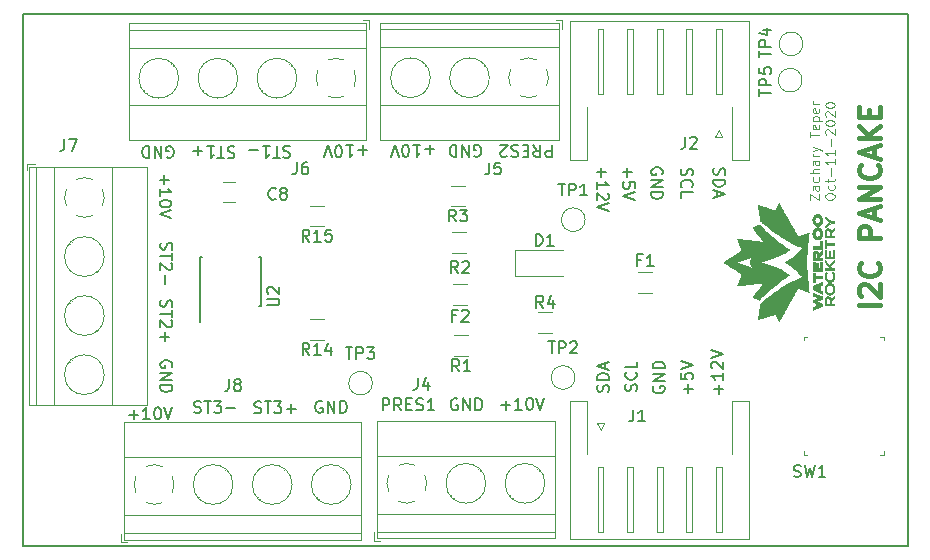
<source format=gto>
G04 #@! TF.GenerationSoftware,KiCad,Pcbnew,(5.1.4)-1*
G04 #@! TF.CreationDate,2020-10-14T22:08:00-04:00*
G04 #@! TF.ProjectId,i2c_pancake,6932635f-7061-46e6-9361-6b652e6b6963,rev?*
G04 #@! TF.SameCoordinates,Original*
G04 #@! TF.FileFunction,Legend,Top*
G04 #@! TF.FilePolarity,Positive*
%FSLAX46Y46*%
G04 Gerber Fmt 4.6, Leading zero omitted, Abs format (unit mm)*
G04 Created by KiCad (PCBNEW (5.1.4)-1) date 2020-10-14 22:08:00*
%MOMM*%
%LPD*%
G04 APERTURE LIST*
%ADD10C,0.127000*%
%ADD11C,0.150000*%
%ADD12C,0.120000*%
%ADD13C,0.400000*%
%ADD14C,0.100000*%
%ADD15C,0.010000*%
G04 APERTURE END LIST*
D10*
X148151530Y-102252991D02*
X148103875Y-102395957D01*
X148103875Y-102634233D01*
X148151530Y-102729543D01*
X148199185Y-102777199D01*
X148294496Y-102824854D01*
X148389806Y-102824854D01*
X148485117Y-102777199D01*
X148532772Y-102729543D01*
X148580427Y-102634233D01*
X148628082Y-102443612D01*
X148675738Y-102348301D01*
X148723393Y-102300646D01*
X148818703Y-102252991D01*
X148914014Y-102252991D01*
X149009324Y-102300646D01*
X149056980Y-102348301D01*
X149104635Y-102443612D01*
X149104635Y-102681888D01*
X149056980Y-102824854D01*
X148103875Y-103253751D02*
X149104635Y-103253751D01*
X149104635Y-103492027D01*
X149056980Y-103634993D01*
X148961669Y-103730303D01*
X148866359Y-103777959D01*
X148675738Y-103825614D01*
X148532772Y-103825614D01*
X148342151Y-103777959D01*
X148246840Y-103730303D01*
X148151530Y-103634993D01*
X148103875Y-103492027D01*
X148103875Y-103253751D01*
X148389806Y-104206856D02*
X148389806Y-104683408D01*
X148103875Y-104111545D02*
X149104635Y-104445132D01*
X148103875Y-104778719D01*
X145408330Y-102302219D02*
X145360675Y-102445184D01*
X145360675Y-102683460D01*
X145408330Y-102778771D01*
X145455985Y-102826426D01*
X145551296Y-102874081D01*
X145646606Y-102874081D01*
X145741917Y-102826426D01*
X145789572Y-102778771D01*
X145837227Y-102683460D01*
X145884882Y-102492840D01*
X145932538Y-102397529D01*
X145980193Y-102349874D01*
X146075503Y-102302219D01*
X146170814Y-102302219D01*
X146266124Y-102349874D01*
X146313780Y-102397529D01*
X146361435Y-102492840D01*
X146361435Y-102731116D01*
X146313780Y-102874081D01*
X145455985Y-103874841D02*
X145408330Y-103827186D01*
X145360675Y-103684220D01*
X145360675Y-103588910D01*
X145408330Y-103445944D01*
X145503640Y-103350634D01*
X145598951Y-103302979D01*
X145789572Y-103255323D01*
X145932538Y-103255323D01*
X146123159Y-103302979D01*
X146218469Y-103350634D01*
X146313780Y-103445944D01*
X146361435Y-103588910D01*
X146361435Y-103684220D01*
X146313780Y-103827186D01*
X146266124Y-103874841D01*
X145360675Y-104780291D02*
X145360675Y-104303739D01*
X146361435Y-104303739D01*
X140814317Y-102232308D02*
X140814317Y-102994792D01*
X140433075Y-102613550D02*
X141195559Y-102613550D01*
X141433835Y-103947897D02*
X141433835Y-103471344D01*
X140957282Y-103423689D01*
X141004938Y-103471344D01*
X141052593Y-103566655D01*
X141052593Y-103804931D01*
X141004938Y-103900241D01*
X140957282Y-103947897D01*
X140861972Y-103995552D01*
X140623696Y-103995552D01*
X140528385Y-103947897D01*
X140480730Y-103900241D01*
X140433075Y-103804931D01*
X140433075Y-103566655D01*
X140480730Y-103471344D01*
X140528385Y-103423689D01*
X141433835Y-104281483D02*
X140433075Y-104615070D01*
X141433835Y-104948657D01*
X138629917Y-102238356D02*
X138629917Y-103000840D01*
X138248675Y-102619598D02*
X139011159Y-102619598D01*
X138248675Y-104001600D02*
X138248675Y-103429737D01*
X138248675Y-103715668D02*
X139249435Y-103715668D01*
X139106469Y-103620358D01*
X139011159Y-103525047D01*
X138963503Y-103429737D01*
X139154124Y-104382841D02*
X139201780Y-104430497D01*
X139249435Y-104525807D01*
X139249435Y-104764083D01*
X139201780Y-104859394D01*
X139154124Y-104907049D01*
X139058814Y-104954704D01*
X138963503Y-104954704D01*
X138820538Y-104907049D01*
X138248675Y-104335186D01*
X138248675Y-104954704D01*
X139249435Y-105240636D02*
X138248675Y-105574222D01*
X139249435Y-105907809D01*
X148551882Y-121360443D02*
X148551882Y-120597960D01*
X148933124Y-120979201D02*
X148170640Y-120979201D01*
X148933124Y-119597200D02*
X148933124Y-120169062D01*
X148933124Y-119883131D02*
X147932364Y-119883131D01*
X148075330Y-119978441D01*
X148170640Y-120073752D01*
X148218296Y-120169062D01*
X148027675Y-119215958D02*
X147980020Y-119168302D01*
X147932364Y-119072992D01*
X147932364Y-118834716D01*
X147980020Y-118739405D01*
X148027675Y-118691750D01*
X148122985Y-118644095D01*
X148218296Y-118644095D01*
X148361261Y-118691750D01*
X148933124Y-119263613D01*
X148933124Y-118644095D01*
X147932364Y-118358163D02*
X148933124Y-118024577D01*
X147932364Y-117690990D01*
X145986482Y-121341091D02*
X145986482Y-120578607D01*
X146367724Y-120959849D02*
X145605240Y-120959849D01*
X145366964Y-119625502D02*
X145366964Y-120102055D01*
X145843517Y-120149710D01*
X145795861Y-120102055D01*
X145748206Y-120006744D01*
X145748206Y-119768468D01*
X145795861Y-119673158D01*
X145843517Y-119625502D01*
X145938827Y-119577847D01*
X146177103Y-119577847D01*
X146272414Y-119625502D01*
X146320069Y-119673158D01*
X146367724Y-119768468D01*
X146367724Y-120006744D01*
X146320069Y-120102055D01*
X146272414Y-120149710D01*
X145366964Y-119291916D02*
X146367724Y-118958329D01*
X145366964Y-118624742D01*
X141595669Y-121118780D02*
X141643324Y-120975815D01*
X141643324Y-120737539D01*
X141595669Y-120642228D01*
X141548014Y-120594573D01*
X141452703Y-120546918D01*
X141357393Y-120546918D01*
X141262082Y-120594573D01*
X141214427Y-120642228D01*
X141166772Y-120737539D01*
X141119117Y-120928160D01*
X141071461Y-121023470D01*
X141023806Y-121071125D01*
X140928496Y-121118780D01*
X140833185Y-121118780D01*
X140737875Y-121071125D01*
X140690220Y-121023470D01*
X140642564Y-120928160D01*
X140642564Y-120689883D01*
X140690220Y-120546918D01*
X141548014Y-119546158D02*
X141595669Y-119593813D01*
X141643324Y-119736779D01*
X141643324Y-119832089D01*
X141595669Y-119975055D01*
X141500359Y-120070365D01*
X141405048Y-120118020D01*
X141214427Y-120165676D01*
X141071461Y-120165676D01*
X140880840Y-120118020D01*
X140785530Y-120070365D01*
X140690220Y-119975055D01*
X140642564Y-119832089D01*
X140642564Y-119736779D01*
X140690220Y-119593813D01*
X140737875Y-119546158D01*
X141643324Y-118640708D02*
X141643324Y-119117260D01*
X140642564Y-119117260D01*
X139208069Y-121193408D02*
X139255724Y-121050442D01*
X139255724Y-120812166D01*
X139208069Y-120716856D01*
X139160414Y-120669200D01*
X139065103Y-120621545D01*
X138969793Y-120621545D01*
X138874482Y-120669200D01*
X138826827Y-120716856D01*
X138779172Y-120812166D01*
X138731517Y-121002787D01*
X138683861Y-121098098D01*
X138636206Y-121145753D01*
X138540896Y-121193408D01*
X138445585Y-121193408D01*
X138350275Y-121145753D01*
X138302620Y-121098098D01*
X138254964Y-121002787D01*
X138254964Y-120764511D01*
X138302620Y-120621545D01*
X139255724Y-120192648D02*
X138254964Y-120192648D01*
X138254964Y-119954372D01*
X138302620Y-119811406D01*
X138397930Y-119716096D01*
X138493240Y-119668440D01*
X138683861Y-119620785D01*
X138826827Y-119620785D01*
X139017448Y-119668440D01*
X139112759Y-119716096D01*
X139208069Y-119811406D01*
X139255724Y-119954372D01*
X139255724Y-120192648D01*
X138969793Y-119239543D02*
X138969793Y-118762991D01*
X139255724Y-119334854D02*
X138254964Y-119001267D01*
X139255724Y-118667680D01*
X134443513Y-100297675D02*
X134443513Y-101298435D01*
X134062271Y-101298435D01*
X133966960Y-101250780D01*
X133919305Y-101203124D01*
X133871650Y-101107814D01*
X133871650Y-100964848D01*
X133919305Y-100869538D01*
X133966960Y-100821882D01*
X134062271Y-100774227D01*
X134443513Y-100774227D01*
X132870890Y-100297675D02*
X133204477Y-100774227D01*
X133442753Y-100297675D02*
X133442753Y-101298435D01*
X133061511Y-101298435D01*
X132966200Y-101250780D01*
X132918545Y-101203124D01*
X132870890Y-101107814D01*
X132870890Y-100964848D01*
X132918545Y-100869538D01*
X132966200Y-100821882D01*
X133061511Y-100774227D01*
X133442753Y-100774227D01*
X132441993Y-100821882D02*
X132108406Y-100821882D01*
X131965440Y-100297675D02*
X132441993Y-100297675D01*
X132441993Y-101298435D01*
X131965440Y-101298435D01*
X131584199Y-100345330D02*
X131441233Y-100297675D01*
X131202957Y-100297675D01*
X131107646Y-100345330D01*
X131059991Y-100392985D01*
X131012336Y-100488296D01*
X131012336Y-100583606D01*
X131059991Y-100678917D01*
X131107646Y-100726572D01*
X131202957Y-100774227D01*
X131393578Y-100821882D01*
X131488888Y-100869538D01*
X131536543Y-100917193D01*
X131584199Y-101012503D01*
X131584199Y-101107814D01*
X131536543Y-101203124D01*
X131488888Y-101250780D01*
X131393578Y-101298435D01*
X131155301Y-101298435D01*
X131012336Y-101250780D01*
X130631094Y-101203124D02*
X130583439Y-101250780D01*
X130488128Y-101298435D01*
X130249852Y-101298435D01*
X130154541Y-101250780D01*
X130106886Y-101203124D01*
X130059231Y-101107814D01*
X130059231Y-101012503D01*
X130106886Y-100869538D01*
X130678749Y-100297675D01*
X130059231Y-100297675D01*
X112270643Y-100421530D02*
X112127678Y-100373875D01*
X111889401Y-100373875D01*
X111794091Y-100421530D01*
X111746436Y-100469185D01*
X111698780Y-100564496D01*
X111698780Y-100659806D01*
X111746436Y-100755117D01*
X111794091Y-100802772D01*
X111889401Y-100850427D01*
X112080022Y-100898082D01*
X112175333Y-100945738D01*
X112222988Y-100993393D01*
X112270643Y-101088703D01*
X112270643Y-101184014D01*
X112222988Y-101279324D01*
X112175333Y-101326980D01*
X112080022Y-101374635D01*
X111841746Y-101374635D01*
X111698780Y-101326980D01*
X111412849Y-101374635D02*
X110840986Y-101374635D01*
X111126918Y-100373875D02*
X111126918Y-101374635D01*
X109983192Y-100373875D02*
X110555055Y-100373875D01*
X110269123Y-100373875D02*
X110269123Y-101374635D01*
X110364434Y-101231669D01*
X110459744Y-101136359D01*
X110555055Y-101088703D01*
X109554295Y-100755117D02*
X108791811Y-100755117D01*
X107546243Y-100472330D02*
X107403278Y-100424675D01*
X107165001Y-100424675D01*
X107069691Y-100472330D01*
X107022036Y-100519985D01*
X106974380Y-100615296D01*
X106974380Y-100710606D01*
X107022036Y-100805917D01*
X107069691Y-100853572D01*
X107165001Y-100901227D01*
X107355622Y-100948882D01*
X107450933Y-100996538D01*
X107498588Y-101044193D01*
X107546243Y-101139503D01*
X107546243Y-101234814D01*
X107498588Y-101330124D01*
X107450933Y-101377780D01*
X107355622Y-101425435D01*
X107117346Y-101425435D01*
X106974380Y-101377780D01*
X106688449Y-101425435D02*
X106116586Y-101425435D01*
X106402518Y-100424675D02*
X106402518Y-101425435D01*
X105258792Y-100424675D02*
X105830655Y-100424675D01*
X105544723Y-100424675D02*
X105544723Y-101425435D01*
X105640034Y-101282469D01*
X105735344Y-101187159D01*
X105830655Y-101139503D01*
X104829895Y-100805917D02*
X104067411Y-100805917D01*
X104448653Y-100424675D02*
X104448653Y-101187159D01*
X101339330Y-113439756D02*
X101291675Y-113582721D01*
X101291675Y-113820998D01*
X101339330Y-113916308D01*
X101386985Y-113963963D01*
X101482296Y-114011619D01*
X101577606Y-114011619D01*
X101672917Y-113963963D01*
X101720572Y-113916308D01*
X101768227Y-113820998D01*
X101815882Y-113630377D01*
X101863538Y-113535066D01*
X101911193Y-113487411D01*
X102006503Y-113439756D01*
X102101814Y-113439756D01*
X102197124Y-113487411D01*
X102244780Y-113535066D01*
X102292435Y-113630377D01*
X102292435Y-113868653D01*
X102244780Y-114011619D01*
X102292435Y-114297550D02*
X102292435Y-114869413D01*
X101291675Y-114583481D02*
X102292435Y-114583481D01*
X102197124Y-115155344D02*
X102244780Y-115203000D01*
X102292435Y-115298310D01*
X102292435Y-115536586D01*
X102244780Y-115631897D01*
X102197124Y-115679552D01*
X102101814Y-115727207D01*
X102006503Y-115727207D01*
X101863538Y-115679552D01*
X101291675Y-115107689D01*
X101291675Y-115727207D01*
X101672917Y-116156104D02*
X101672917Y-116918588D01*
X101291675Y-116537346D02*
X102054159Y-116537346D01*
X101339330Y-108588356D02*
X101291675Y-108731321D01*
X101291675Y-108969598D01*
X101339330Y-109064908D01*
X101386985Y-109112563D01*
X101482296Y-109160219D01*
X101577606Y-109160219D01*
X101672917Y-109112563D01*
X101720572Y-109064908D01*
X101768227Y-108969598D01*
X101815882Y-108778977D01*
X101863538Y-108683666D01*
X101911193Y-108636011D01*
X102006503Y-108588356D01*
X102101814Y-108588356D01*
X102197124Y-108636011D01*
X102244780Y-108683666D01*
X102292435Y-108778977D01*
X102292435Y-109017253D01*
X102244780Y-109160219D01*
X102292435Y-109446150D02*
X102292435Y-110018013D01*
X101291675Y-109732081D02*
X102292435Y-109732081D01*
X102197124Y-110303944D02*
X102244780Y-110351600D01*
X102292435Y-110446910D01*
X102292435Y-110685186D01*
X102244780Y-110780497D01*
X102197124Y-110828152D01*
X102101814Y-110875807D01*
X102006503Y-110875807D01*
X101863538Y-110828152D01*
X101291675Y-110256289D01*
X101291675Y-110875807D01*
X101672917Y-111304704D02*
X101672917Y-112067188D01*
X109252156Y-122974069D02*
X109395121Y-123021724D01*
X109633398Y-123021724D01*
X109728708Y-122974069D01*
X109776363Y-122926414D01*
X109824019Y-122831103D01*
X109824019Y-122735793D01*
X109776363Y-122640482D01*
X109728708Y-122592827D01*
X109633398Y-122545172D01*
X109442777Y-122497517D01*
X109347466Y-122449861D01*
X109299811Y-122402206D01*
X109252156Y-122306896D01*
X109252156Y-122211585D01*
X109299811Y-122116275D01*
X109347466Y-122068620D01*
X109442777Y-122020964D01*
X109681053Y-122020964D01*
X109824019Y-122068620D01*
X110109950Y-122020964D02*
X110681813Y-122020964D01*
X110395881Y-123021724D02*
X110395881Y-122020964D01*
X110920089Y-122020964D02*
X111539607Y-122020964D01*
X111206020Y-122402206D01*
X111348986Y-122402206D01*
X111444297Y-122449861D01*
X111491952Y-122497517D01*
X111539607Y-122592827D01*
X111539607Y-122831103D01*
X111491952Y-122926414D01*
X111444297Y-122974069D01*
X111348986Y-123021724D01*
X111063055Y-123021724D01*
X110967744Y-122974069D01*
X110920089Y-122926414D01*
X111968504Y-122640482D02*
X112730988Y-122640482D01*
X112349746Y-123021724D02*
X112349746Y-122259240D01*
X104146756Y-122948669D02*
X104289721Y-122996324D01*
X104527998Y-122996324D01*
X104623308Y-122948669D01*
X104670963Y-122901014D01*
X104718619Y-122805703D01*
X104718619Y-122710393D01*
X104670963Y-122615082D01*
X104623308Y-122567427D01*
X104527998Y-122519772D01*
X104337377Y-122472117D01*
X104242066Y-122424461D01*
X104194411Y-122376806D01*
X104146756Y-122281496D01*
X104146756Y-122186185D01*
X104194411Y-122090875D01*
X104242066Y-122043220D01*
X104337377Y-121995564D01*
X104575653Y-121995564D01*
X104718619Y-122043220D01*
X105004550Y-121995564D02*
X105576413Y-121995564D01*
X105290481Y-122996324D02*
X105290481Y-121995564D01*
X105814689Y-121995564D02*
X106434207Y-121995564D01*
X106100620Y-122376806D01*
X106243586Y-122376806D01*
X106338897Y-122424461D01*
X106386552Y-122472117D01*
X106434207Y-122567427D01*
X106434207Y-122805703D01*
X106386552Y-122901014D01*
X106338897Y-122948669D01*
X106243586Y-122996324D01*
X105957655Y-122996324D01*
X105862344Y-122948669D01*
X105814689Y-122901014D01*
X106863104Y-122615082D02*
X107625588Y-122615082D01*
X120099286Y-122767724D02*
X120099286Y-121766964D01*
X120480528Y-121766964D01*
X120575839Y-121814620D01*
X120623494Y-121862275D01*
X120671149Y-121957585D01*
X120671149Y-122100551D01*
X120623494Y-122195861D01*
X120575839Y-122243517D01*
X120480528Y-122291172D01*
X120099286Y-122291172D01*
X121671909Y-122767724D02*
X121338322Y-122291172D01*
X121100046Y-122767724D02*
X121100046Y-121766964D01*
X121481288Y-121766964D01*
X121576599Y-121814620D01*
X121624254Y-121862275D01*
X121671909Y-121957585D01*
X121671909Y-122100551D01*
X121624254Y-122195861D01*
X121576599Y-122243517D01*
X121481288Y-122291172D01*
X121100046Y-122291172D01*
X122100806Y-122243517D02*
X122434393Y-122243517D01*
X122577359Y-122767724D02*
X122100806Y-122767724D01*
X122100806Y-121766964D01*
X122577359Y-121766964D01*
X122958600Y-122720069D02*
X123101566Y-122767724D01*
X123339842Y-122767724D01*
X123435153Y-122720069D01*
X123482808Y-122672414D01*
X123530463Y-122577103D01*
X123530463Y-122481793D01*
X123482808Y-122386482D01*
X123435153Y-122338827D01*
X123339842Y-122291172D01*
X123149221Y-122243517D01*
X123053911Y-122195861D01*
X123006256Y-122148206D01*
X122958600Y-122052896D01*
X122958600Y-121957585D01*
X123006256Y-121862275D01*
X123053911Y-121814620D01*
X123149221Y-121766964D01*
X123387498Y-121766964D01*
X123530463Y-121814620D01*
X124483568Y-122767724D02*
X123911705Y-122767724D01*
X124197637Y-122767724D02*
X124197637Y-121766964D01*
X124102326Y-121909930D01*
X124007016Y-122005240D01*
X123911705Y-122052896D01*
X143027020Y-120740683D02*
X142979364Y-120835994D01*
X142979364Y-120978960D01*
X143027020Y-121121925D01*
X143122330Y-121217236D01*
X143217640Y-121264891D01*
X143408261Y-121312546D01*
X143551227Y-121312546D01*
X143741848Y-121264891D01*
X143837159Y-121217236D01*
X143932469Y-121121925D01*
X143980124Y-120978960D01*
X143980124Y-120883649D01*
X143932469Y-120740683D01*
X143884814Y-120693028D01*
X143551227Y-120693028D01*
X143551227Y-120883649D01*
X143980124Y-120264131D02*
X142979364Y-120264131D01*
X143980124Y-119692268D01*
X142979364Y-119692268D01*
X143980124Y-119215716D02*
X142979364Y-119215716D01*
X142979364Y-118977440D01*
X143027020Y-118834474D01*
X143122330Y-118739163D01*
X143217640Y-118691508D01*
X143408261Y-118643853D01*
X143551227Y-118643853D01*
X143741848Y-118691508D01*
X143837159Y-118739163D01*
X143932469Y-118834474D01*
X143980124Y-118977440D01*
X143980124Y-119215716D01*
X143799180Y-102781916D02*
X143846835Y-102686605D01*
X143846835Y-102543640D01*
X143799180Y-102400674D01*
X143703869Y-102305363D01*
X143608559Y-102257708D01*
X143417938Y-102210053D01*
X143274972Y-102210053D01*
X143084351Y-102257708D01*
X142989040Y-102305363D01*
X142893730Y-102400674D01*
X142846075Y-102543640D01*
X142846075Y-102638950D01*
X142893730Y-102781916D01*
X142941385Y-102829571D01*
X143274972Y-102829571D01*
X143274972Y-102638950D01*
X142846075Y-103258468D02*
X143846835Y-103258468D01*
X142846075Y-103830331D01*
X143846835Y-103830331D01*
X142846075Y-104306883D02*
X143846835Y-104306883D01*
X143846835Y-104545160D01*
X143799180Y-104688125D01*
X143703869Y-104783436D01*
X143608559Y-104831091D01*
X143417938Y-104878746D01*
X143274972Y-104878746D01*
X143084351Y-104831091D01*
X142989040Y-104783436D01*
X142893730Y-104688125D01*
X142846075Y-104545160D01*
X142846075Y-104306883D01*
X127881483Y-101250780D02*
X127976794Y-101298435D01*
X128119760Y-101298435D01*
X128262725Y-101250780D01*
X128358036Y-101155469D01*
X128405691Y-101060159D01*
X128453346Y-100869538D01*
X128453346Y-100726572D01*
X128405691Y-100535951D01*
X128358036Y-100440640D01*
X128262725Y-100345330D01*
X128119760Y-100297675D01*
X128024449Y-100297675D01*
X127881483Y-100345330D01*
X127833828Y-100392985D01*
X127833828Y-100726572D01*
X128024449Y-100726572D01*
X127404931Y-100297675D02*
X127404931Y-101298435D01*
X126833068Y-100297675D01*
X126833068Y-101298435D01*
X126356516Y-100297675D02*
X126356516Y-101298435D01*
X126118240Y-101298435D01*
X125975274Y-101250780D01*
X125879963Y-101155469D01*
X125832308Y-101060159D01*
X125784653Y-100869538D01*
X125784653Y-100726572D01*
X125832308Y-100535951D01*
X125879963Y-100440640D01*
X125975274Y-100345330D01*
X126118240Y-100297675D01*
X126356516Y-100297675D01*
X101846483Y-101352380D02*
X101941794Y-101400035D01*
X102084760Y-101400035D01*
X102227725Y-101352380D01*
X102323036Y-101257069D01*
X102370691Y-101161759D01*
X102418346Y-100971138D01*
X102418346Y-100828172D01*
X102370691Y-100637551D01*
X102323036Y-100542240D01*
X102227725Y-100446930D01*
X102084760Y-100399275D01*
X101989449Y-100399275D01*
X101846483Y-100446930D01*
X101798828Y-100494585D01*
X101798828Y-100828172D01*
X101989449Y-100828172D01*
X101369931Y-100399275D02*
X101369931Y-101400035D01*
X100798068Y-100399275D01*
X100798068Y-101400035D01*
X100321516Y-100399275D02*
X100321516Y-101400035D01*
X100083240Y-101400035D01*
X99940274Y-101352380D01*
X99844963Y-101257069D01*
X99797308Y-101161759D01*
X99749653Y-100971138D01*
X99749653Y-100828172D01*
X99797308Y-100637551D01*
X99844963Y-100542240D01*
X99940274Y-100446930D01*
X100083240Y-100399275D01*
X100321516Y-100399275D01*
X102244780Y-119114116D02*
X102292435Y-119018805D01*
X102292435Y-118875840D01*
X102244780Y-118732874D01*
X102149469Y-118637563D01*
X102054159Y-118589908D01*
X101863538Y-118542253D01*
X101720572Y-118542253D01*
X101529951Y-118589908D01*
X101434640Y-118637563D01*
X101339330Y-118732874D01*
X101291675Y-118875840D01*
X101291675Y-118971150D01*
X101339330Y-119114116D01*
X101386985Y-119161771D01*
X101720572Y-119161771D01*
X101720572Y-118971150D01*
X101291675Y-119590668D02*
X102292435Y-119590668D01*
X101291675Y-120162531D01*
X102292435Y-120162531D01*
X101291675Y-120639083D02*
X102292435Y-120639083D01*
X102292435Y-120877360D01*
X102244780Y-121020325D01*
X102149469Y-121115636D01*
X102054159Y-121163291D01*
X101863538Y-121210946D01*
X101720572Y-121210946D01*
X101529951Y-121163291D01*
X101434640Y-121115636D01*
X101339330Y-121020325D01*
X101291675Y-120877360D01*
X101291675Y-120639083D01*
X126432716Y-121814620D02*
X126337405Y-121766964D01*
X126194440Y-121766964D01*
X126051474Y-121814620D01*
X125956163Y-121909930D01*
X125908508Y-122005240D01*
X125860853Y-122195861D01*
X125860853Y-122338827D01*
X125908508Y-122529448D01*
X125956163Y-122624759D01*
X126051474Y-122720069D01*
X126194440Y-122767724D01*
X126289750Y-122767724D01*
X126432716Y-122720069D01*
X126480371Y-122672414D01*
X126480371Y-122338827D01*
X126289750Y-122338827D01*
X126909268Y-122767724D02*
X126909268Y-121766964D01*
X127481131Y-122767724D01*
X127481131Y-121766964D01*
X127957683Y-122767724D02*
X127957683Y-121766964D01*
X128195960Y-121766964D01*
X128338925Y-121814620D01*
X128434236Y-121909930D01*
X128481891Y-122005240D01*
X128529546Y-122195861D01*
X128529546Y-122338827D01*
X128481891Y-122529448D01*
X128434236Y-122624759D01*
X128338925Y-122720069D01*
X128195960Y-122767724D01*
X127957683Y-122767724D01*
X114977316Y-122017820D02*
X114882005Y-121970164D01*
X114739040Y-121970164D01*
X114596074Y-122017820D01*
X114500763Y-122113130D01*
X114453108Y-122208440D01*
X114405453Y-122399061D01*
X114405453Y-122542027D01*
X114453108Y-122732648D01*
X114500763Y-122827959D01*
X114596074Y-122923269D01*
X114739040Y-122970924D01*
X114834350Y-122970924D01*
X114977316Y-122923269D01*
X115024971Y-122875614D01*
X115024971Y-122542027D01*
X114834350Y-122542027D01*
X115453868Y-122970924D02*
X115453868Y-121970164D01*
X116025731Y-122970924D01*
X116025731Y-121970164D01*
X116502283Y-122970924D02*
X116502283Y-121970164D01*
X116740560Y-121970164D01*
X116883525Y-122017820D01*
X116978836Y-122113130D01*
X117026491Y-122208440D01*
X117074146Y-122399061D01*
X117074146Y-122542027D01*
X117026491Y-122732648D01*
X116978836Y-122827959D01*
X116883525Y-122923269D01*
X116740560Y-122970924D01*
X116502283Y-122970924D01*
X130130956Y-122335682D02*
X130893440Y-122335682D01*
X130512198Y-122716924D02*
X130512198Y-121954440D01*
X131894200Y-122716924D02*
X131322337Y-122716924D01*
X131608268Y-122716924D02*
X131608268Y-121716164D01*
X131512958Y-121859130D01*
X131417647Y-121954440D01*
X131322337Y-122002096D01*
X132513718Y-121716164D02*
X132609028Y-121716164D01*
X132704339Y-121763820D01*
X132751994Y-121811475D01*
X132799649Y-121906785D01*
X132847304Y-122097406D01*
X132847304Y-122335682D01*
X132799649Y-122526303D01*
X132751994Y-122621614D01*
X132704339Y-122669269D01*
X132609028Y-122716924D01*
X132513718Y-122716924D01*
X132418407Y-122669269D01*
X132370752Y-122621614D01*
X132323097Y-122526303D01*
X132275441Y-122335682D01*
X132275441Y-122097406D01*
X132323097Y-121906785D01*
X132370752Y-121811475D01*
X132418407Y-121763820D01*
X132513718Y-121716164D01*
X133133236Y-121716164D02*
X133466822Y-122716924D01*
X133800409Y-121716164D01*
X124462643Y-100678917D02*
X123700160Y-100678917D01*
X124081401Y-100297675D02*
X124081401Y-101060159D01*
X122699400Y-100297675D02*
X123271262Y-100297675D01*
X122985331Y-100297675D02*
X122985331Y-101298435D01*
X123080641Y-101155469D01*
X123175952Y-101060159D01*
X123271262Y-101012503D01*
X122079881Y-101298435D02*
X121984571Y-101298435D01*
X121889260Y-101250780D01*
X121841605Y-101203124D01*
X121793950Y-101107814D01*
X121746295Y-100917193D01*
X121746295Y-100678917D01*
X121793950Y-100488296D01*
X121841605Y-100392985D01*
X121889260Y-100345330D01*
X121984571Y-100297675D01*
X122079881Y-100297675D01*
X122175192Y-100345330D01*
X122222847Y-100392985D01*
X122270502Y-100488296D01*
X122318158Y-100678917D01*
X122318158Y-100917193D01*
X122270502Y-101107814D01*
X122222847Y-101203124D01*
X122175192Y-101250780D01*
X122079881Y-101298435D01*
X121460363Y-101298435D02*
X121126777Y-100297675D01*
X120793190Y-101298435D01*
X118798443Y-100729717D02*
X118035960Y-100729717D01*
X118417201Y-100348475D02*
X118417201Y-101110959D01*
X117035200Y-100348475D02*
X117607062Y-100348475D01*
X117321131Y-100348475D02*
X117321131Y-101349235D01*
X117416441Y-101206269D01*
X117511752Y-101110959D01*
X117607062Y-101063303D01*
X116415681Y-101349235D02*
X116320371Y-101349235D01*
X116225060Y-101301580D01*
X116177405Y-101253924D01*
X116129750Y-101158614D01*
X116082095Y-100967993D01*
X116082095Y-100729717D01*
X116129750Y-100539096D01*
X116177405Y-100443785D01*
X116225060Y-100396130D01*
X116320371Y-100348475D01*
X116415681Y-100348475D01*
X116510992Y-100396130D01*
X116558647Y-100443785D01*
X116606302Y-100539096D01*
X116653958Y-100729717D01*
X116653958Y-100967993D01*
X116606302Y-101158614D01*
X116558647Y-101253924D01*
X116510992Y-101301580D01*
X116415681Y-101349235D01*
X115796163Y-101349235D02*
X115462577Y-100348475D01*
X115128990Y-101349235D01*
X101596717Y-102847956D02*
X101596717Y-103610440D01*
X101215475Y-103229198D02*
X101977959Y-103229198D01*
X101215475Y-104611200D02*
X101215475Y-104039337D01*
X101215475Y-104325268D02*
X102216235Y-104325268D01*
X102073269Y-104229958D01*
X101977959Y-104134647D01*
X101930303Y-104039337D01*
X102216235Y-105230718D02*
X102216235Y-105326028D01*
X102168580Y-105421339D01*
X102120924Y-105468994D01*
X102025614Y-105516649D01*
X101834993Y-105564304D01*
X101596717Y-105564304D01*
X101406096Y-105516649D01*
X101310785Y-105468994D01*
X101263130Y-105421339D01*
X101215475Y-105326028D01*
X101215475Y-105230718D01*
X101263130Y-105135407D01*
X101310785Y-105087752D01*
X101406096Y-105040097D01*
X101596717Y-104992441D01*
X101834993Y-104992441D01*
X102025614Y-105040097D01*
X102120924Y-105087752D01*
X102168580Y-105135407D01*
X102216235Y-105230718D01*
X102216235Y-105850236D02*
X101215475Y-106183822D01*
X102216235Y-106517409D01*
X98634956Y-123148482D02*
X99397440Y-123148482D01*
X99016198Y-123529724D02*
X99016198Y-122767240D01*
X100398200Y-123529724D02*
X99826337Y-123529724D01*
X100112268Y-123529724D02*
X100112268Y-122528964D01*
X100016958Y-122671930D01*
X99921647Y-122767240D01*
X99826337Y-122814896D01*
X101017718Y-122528964D02*
X101113028Y-122528964D01*
X101208339Y-122576620D01*
X101255994Y-122624275D01*
X101303649Y-122719585D01*
X101351304Y-122910206D01*
X101351304Y-123148482D01*
X101303649Y-123339103D01*
X101255994Y-123434414D01*
X101208339Y-123482069D01*
X101113028Y-123529724D01*
X101017718Y-123529724D01*
X100922407Y-123482069D01*
X100874752Y-123434414D01*
X100827097Y-123339103D01*
X100779441Y-123148482D01*
X100779441Y-122910206D01*
X100827097Y-122719585D01*
X100874752Y-122624275D01*
X100922407Y-122576620D01*
X101017718Y-122528964D01*
X101637236Y-122528964D02*
X101970822Y-123529724D01*
X102304409Y-122528964D01*
D11*
X89662000Y-134239000D02*
X164554000Y-134239000D01*
D12*
X156255904Y-104960714D02*
X156255904Y-104427380D01*
X157055904Y-104960714D01*
X157055904Y-104427380D01*
X157055904Y-103779761D02*
X156636857Y-103779761D01*
X156560666Y-103817857D01*
X156522571Y-103894047D01*
X156522571Y-104046428D01*
X156560666Y-104122619D01*
X157017809Y-103779761D02*
X157055904Y-103855952D01*
X157055904Y-104046428D01*
X157017809Y-104122619D01*
X156941619Y-104160714D01*
X156865428Y-104160714D01*
X156789238Y-104122619D01*
X156751142Y-104046428D01*
X156751142Y-103855952D01*
X156713047Y-103779761D01*
X157017809Y-103055952D02*
X157055904Y-103132142D01*
X157055904Y-103284523D01*
X157017809Y-103360714D01*
X156979714Y-103398809D01*
X156903523Y-103436904D01*
X156674952Y-103436904D01*
X156598761Y-103398809D01*
X156560666Y-103360714D01*
X156522571Y-103284523D01*
X156522571Y-103132142D01*
X156560666Y-103055952D01*
X157055904Y-102713095D02*
X156255904Y-102713095D01*
X157055904Y-102370238D02*
X156636857Y-102370238D01*
X156560666Y-102408333D01*
X156522571Y-102484523D01*
X156522571Y-102598809D01*
X156560666Y-102675000D01*
X156598761Y-102713095D01*
X157055904Y-101646428D02*
X156636857Y-101646428D01*
X156560666Y-101684523D01*
X156522571Y-101760714D01*
X156522571Y-101913095D01*
X156560666Y-101989285D01*
X157017809Y-101646428D02*
X157055904Y-101722619D01*
X157055904Y-101913095D01*
X157017809Y-101989285D01*
X156941619Y-102027380D01*
X156865428Y-102027380D01*
X156789238Y-101989285D01*
X156751142Y-101913095D01*
X156751142Y-101722619D01*
X156713047Y-101646428D01*
X157055904Y-101265476D02*
X156522571Y-101265476D01*
X156674952Y-101265476D02*
X156598761Y-101227380D01*
X156560666Y-101189285D01*
X156522571Y-101113095D01*
X156522571Y-101036904D01*
X156522571Y-100846428D02*
X157055904Y-100655952D01*
X156522571Y-100465476D02*
X157055904Y-100655952D01*
X157246380Y-100732142D01*
X157284476Y-100770238D01*
X157322571Y-100846428D01*
X156255904Y-99665476D02*
X156255904Y-99208333D01*
X157055904Y-99436904D02*
X156255904Y-99436904D01*
X157017809Y-98636904D02*
X157055904Y-98713095D01*
X157055904Y-98865476D01*
X157017809Y-98941666D01*
X156941619Y-98979761D01*
X156636857Y-98979761D01*
X156560666Y-98941666D01*
X156522571Y-98865476D01*
X156522571Y-98713095D01*
X156560666Y-98636904D01*
X156636857Y-98598809D01*
X156713047Y-98598809D01*
X156789238Y-98979761D01*
X156522571Y-98255952D02*
X157322571Y-98255952D01*
X156560666Y-98255952D02*
X156522571Y-98179761D01*
X156522571Y-98027380D01*
X156560666Y-97951190D01*
X156598761Y-97913095D01*
X156674952Y-97875000D01*
X156903523Y-97875000D01*
X156979714Y-97913095D01*
X157017809Y-97951190D01*
X157055904Y-98027380D01*
X157055904Y-98179761D01*
X157017809Y-98255952D01*
X157017809Y-97227380D02*
X157055904Y-97303571D01*
X157055904Y-97455952D01*
X157017809Y-97532142D01*
X156941619Y-97570238D01*
X156636857Y-97570238D01*
X156560666Y-97532142D01*
X156522571Y-97455952D01*
X156522571Y-97303571D01*
X156560666Y-97227380D01*
X156636857Y-97189285D01*
X156713047Y-97189285D01*
X156789238Y-97570238D01*
X157055904Y-96846428D02*
X156522571Y-96846428D01*
X156674952Y-96846428D02*
X156598761Y-96808333D01*
X156560666Y-96770238D01*
X156522571Y-96694047D01*
X156522571Y-96617857D01*
X157575904Y-104732142D02*
X157575904Y-104579761D01*
X157614000Y-104503571D01*
X157690190Y-104427380D01*
X157842571Y-104389285D01*
X158109238Y-104389285D01*
X158261619Y-104427380D01*
X158337809Y-104503571D01*
X158375904Y-104579761D01*
X158375904Y-104732142D01*
X158337809Y-104808333D01*
X158261619Y-104884523D01*
X158109238Y-104922619D01*
X157842571Y-104922619D01*
X157690190Y-104884523D01*
X157614000Y-104808333D01*
X157575904Y-104732142D01*
X158337809Y-103703571D02*
X158375904Y-103779761D01*
X158375904Y-103932142D01*
X158337809Y-104008333D01*
X158299714Y-104046428D01*
X158223523Y-104084523D01*
X157994952Y-104084523D01*
X157918761Y-104046428D01*
X157880666Y-104008333D01*
X157842571Y-103932142D01*
X157842571Y-103779761D01*
X157880666Y-103703571D01*
X157842571Y-103475000D02*
X157842571Y-103170238D01*
X157575904Y-103360714D02*
X158261619Y-103360714D01*
X158337809Y-103322619D01*
X158375904Y-103246428D01*
X158375904Y-103170238D01*
X158071142Y-102903571D02*
X158071142Y-102294047D01*
X158375904Y-101494047D02*
X158375904Y-101951190D01*
X158375904Y-101722619D02*
X157575904Y-101722619D01*
X157690190Y-101798809D01*
X157766380Y-101875000D01*
X157804476Y-101951190D01*
X158375904Y-100732142D02*
X158375904Y-101189285D01*
X158375904Y-100960714D02*
X157575904Y-100960714D01*
X157690190Y-101036904D01*
X157766380Y-101113095D01*
X157804476Y-101189285D01*
X158071142Y-100389285D02*
X158071142Y-99779761D01*
X157652095Y-99436904D02*
X157614000Y-99398809D01*
X157575904Y-99322619D01*
X157575904Y-99132142D01*
X157614000Y-99055952D01*
X157652095Y-99017857D01*
X157728285Y-98979761D01*
X157804476Y-98979761D01*
X157918761Y-99017857D01*
X158375904Y-99475000D01*
X158375904Y-98979761D01*
X157575904Y-98484523D02*
X157575904Y-98408333D01*
X157614000Y-98332142D01*
X157652095Y-98294047D01*
X157728285Y-98255952D01*
X157880666Y-98217857D01*
X158071142Y-98217857D01*
X158223523Y-98255952D01*
X158299714Y-98294047D01*
X158337809Y-98332142D01*
X158375904Y-98408333D01*
X158375904Y-98484523D01*
X158337809Y-98560714D01*
X158299714Y-98598809D01*
X158223523Y-98636904D01*
X158071142Y-98675000D01*
X157880666Y-98675000D01*
X157728285Y-98636904D01*
X157652095Y-98598809D01*
X157614000Y-98560714D01*
X157575904Y-98484523D01*
X157652095Y-97913095D02*
X157614000Y-97875000D01*
X157575904Y-97798809D01*
X157575904Y-97608333D01*
X157614000Y-97532142D01*
X157652095Y-97494047D01*
X157728285Y-97455952D01*
X157804476Y-97455952D01*
X157918761Y-97494047D01*
X158375904Y-97951190D01*
X158375904Y-97455952D01*
X157575904Y-96960714D02*
X157575904Y-96884523D01*
X157614000Y-96808333D01*
X157652095Y-96770238D01*
X157728285Y-96732142D01*
X157880666Y-96694047D01*
X158071142Y-96694047D01*
X158223523Y-96732142D01*
X158299714Y-96770238D01*
X158337809Y-96808333D01*
X158375904Y-96884523D01*
X158375904Y-96960714D01*
X158337809Y-97036904D01*
X158299714Y-97075000D01*
X158223523Y-97113095D01*
X158071142Y-97151190D01*
X157880666Y-97151190D01*
X157728285Y-97113095D01*
X157652095Y-97075000D01*
X157614000Y-97036904D01*
X157575904Y-96960714D01*
D13*
X162195933Y-113845266D02*
X160417933Y-113845266D01*
X160587266Y-113083266D02*
X160502600Y-112998600D01*
X160417933Y-112829266D01*
X160417933Y-112405933D01*
X160502600Y-112236600D01*
X160587266Y-112151933D01*
X160756600Y-112067266D01*
X160925933Y-112067266D01*
X161179933Y-112151933D01*
X162195933Y-113167933D01*
X162195933Y-112067266D01*
X162026600Y-110289266D02*
X162111266Y-110373933D01*
X162195933Y-110627933D01*
X162195933Y-110797266D01*
X162111266Y-111051266D01*
X161941933Y-111220600D01*
X161772600Y-111305266D01*
X161433933Y-111389933D01*
X161179933Y-111389933D01*
X160841266Y-111305266D01*
X160671933Y-111220600D01*
X160502600Y-111051266D01*
X160417933Y-110797266D01*
X160417933Y-110627933D01*
X160502600Y-110373933D01*
X160587266Y-110289266D01*
X162195933Y-108172600D02*
X160417933Y-108172600D01*
X160417933Y-107495266D01*
X160502600Y-107325933D01*
X160587266Y-107241266D01*
X160756600Y-107156600D01*
X161010600Y-107156600D01*
X161179933Y-107241266D01*
X161264600Y-107325933D01*
X161349266Y-107495266D01*
X161349266Y-108172600D01*
X161687933Y-106479266D02*
X161687933Y-105632600D01*
X162195933Y-106648600D02*
X160417933Y-106055933D01*
X162195933Y-105463266D01*
X162195933Y-104870600D02*
X160417933Y-104870600D01*
X162195933Y-103854600D01*
X160417933Y-103854600D01*
X162026600Y-101991933D02*
X162111266Y-102076600D01*
X162195933Y-102330600D01*
X162195933Y-102499933D01*
X162111266Y-102753933D01*
X161941933Y-102923266D01*
X161772600Y-103007933D01*
X161433933Y-103092600D01*
X161179933Y-103092600D01*
X160841266Y-103007933D01*
X160671933Y-102923266D01*
X160502600Y-102753933D01*
X160417933Y-102499933D01*
X160417933Y-102330600D01*
X160502600Y-102076600D01*
X160587266Y-101991933D01*
X161687933Y-101314600D02*
X161687933Y-100467933D01*
X162195933Y-101483933D02*
X160417933Y-100891266D01*
X162195933Y-100298600D01*
X162195933Y-99705933D02*
X160417933Y-99705933D01*
X162195933Y-98689933D02*
X161179933Y-99451933D01*
X160417933Y-98689933D02*
X161433933Y-99705933D01*
X161264600Y-97927933D02*
X161264600Y-97335266D01*
X162195933Y-97081266D02*
X162195933Y-97927933D01*
X160417933Y-97927933D01*
X160417933Y-97081266D01*
D11*
X89662000Y-89253000D02*
X164554000Y-89253000D01*
X164554000Y-89253000D02*
X164554000Y-134239000D01*
X89662000Y-89253000D02*
X89662000Y-134239000D01*
D12*
X135261000Y-89715000D02*
X134761000Y-89715000D01*
X135261000Y-90455000D02*
X135261000Y-89715000D01*
X123688000Y-93592000D02*
X123735000Y-93546000D01*
X121391000Y-95890000D02*
X121426000Y-95854000D01*
X123495000Y-93376000D02*
X123530000Y-93341000D01*
X121186000Y-95684000D02*
X121233000Y-95638000D01*
X128688000Y-93592000D02*
X128735000Y-93546000D01*
X126391000Y-95890000D02*
X126426000Y-95854000D01*
X128495000Y-93376000D02*
X128530000Y-93341000D01*
X126186000Y-95684000D02*
X126233000Y-95638000D01*
X119901000Y-99876000D02*
X119901000Y-89955000D01*
X135021000Y-99876000D02*
X135021000Y-89955000D01*
X135021000Y-89955000D02*
X119901000Y-89955000D01*
X135021000Y-99876000D02*
X119901000Y-99876000D01*
X135021000Y-96916000D02*
X119901000Y-96916000D01*
X135021000Y-92015000D02*
X119901000Y-92015000D01*
X135021000Y-90515000D02*
X119901000Y-90515000D01*
X124141000Y-94615000D02*
G75*
G03X124141000Y-94615000I-1680000J0D01*
G01*
X129141000Y-94615000D02*
G75*
G03X129141000Y-94615000I-1680000J0D01*
G01*
X132432195Y-92934747D02*
G75*
G02X133145000Y-93080000I28805J-1680253D01*
G01*
X133996426Y-93931958D02*
G75*
G02X133996000Y-95299000I-1535426J-683042D01*
G01*
X133144042Y-96150426D02*
G75*
G02X131777000Y-96150000I-683042J1535426D01*
G01*
X130925574Y-95298042D02*
G75*
G02X130926000Y-93931000I1535426J683042D01*
G01*
X131777682Y-93080244D02*
G75*
G02X132461000Y-92935000I683318J-1534756D01*
G01*
X119354000Y-133853000D02*
X119854000Y-133853000D01*
X119354000Y-133113000D02*
X119354000Y-133853000D01*
X130927000Y-129976000D02*
X130880000Y-130022000D01*
X133224000Y-127678000D02*
X133189000Y-127714000D01*
X131120000Y-130192000D02*
X131085000Y-130227000D01*
X133429000Y-127884000D02*
X133382000Y-127930000D01*
X125927000Y-129976000D02*
X125880000Y-130022000D01*
X128224000Y-127678000D02*
X128189000Y-127714000D01*
X126120000Y-130192000D02*
X126085000Y-130227000D01*
X128429000Y-127884000D02*
X128382000Y-127930000D01*
X134714000Y-123692000D02*
X134714000Y-133613000D01*
X119594000Y-123692000D02*
X119594000Y-133613000D01*
X119594000Y-133613000D02*
X134714000Y-133613000D01*
X119594000Y-123692000D02*
X134714000Y-123692000D01*
X119594000Y-126652000D02*
X134714000Y-126652000D01*
X119594000Y-131553000D02*
X134714000Y-131553000D01*
X119594000Y-133053000D02*
X134714000Y-133053000D01*
X133834000Y-128953000D02*
G75*
G03X133834000Y-128953000I-1680000J0D01*
G01*
X128834000Y-128953000D02*
G75*
G03X128834000Y-128953000I-1680000J0D01*
G01*
X122182805Y-130633253D02*
G75*
G02X121470000Y-130488000I-28805J1680253D01*
G01*
X120618574Y-129636042D02*
G75*
G02X120619000Y-128269000I1535426J683042D01*
G01*
X121470958Y-127417574D02*
G75*
G02X122838000Y-127418000I683042J-1535426D01*
G01*
X123689426Y-128269958D02*
G75*
G02X123689000Y-129637000I-1535426J-683042D01*
G01*
X122837318Y-130487756D02*
G75*
G02X122154000Y-130633000I-683318J1534756D01*
G01*
X155609800Y-94821000D02*
G75*
G03X155609800Y-94821000I-1000000J0D01*
G01*
X155686000Y-91744800D02*
G75*
G03X155686000Y-91744800I-1000000J0D01*
G01*
X127271864Y-112069200D02*
X126067736Y-112069200D01*
X127271864Y-113889200D02*
X126067736Y-113889200D01*
X141725236Y-112847800D02*
X142929364Y-112847800D01*
X141725236Y-111027800D02*
X142929364Y-111027800D01*
X107623800Y-103405600D02*
X106623800Y-103405600D01*
X106623800Y-105105600D02*
X107623800Y-105105600D01*
X125993600Y-107705000D02*
X127193600Y-107705000D01*
X127193600Y-109465000D02*
X125993600Y-109465000D01*
X127088200Y-105502600D02*
X125888200Y-105502600D01*
X125888200Y-103742600D02*
X127088200Y-103742600D01*
X115150200Y-116805600D02*
X113950200Y-116805600D01*
X113950200Y-115045600D02*
X115150200Y-115045600D01*
X115150200Y-107204400D02*
X113950200Y-107204400D01*
X113950200Y-105444400D02*
X115150200Y-105444400D01*
X127359600Y-118191200D02*
X126159600Y-118191200D01*
X126159600Y-116431200D02*
X127359600Y-116431200D01*
X133271600Y-114450000D02*
X134471600Y-114450000D01*
X134471600Y-116210000D02*
X133271600Y-116210000D01*
D14*
X162554000Y-126253000D02*
X162554000Y-126553000D01*
X162554000Y-126553000D02*
X162254000Y-126553000D01*
X155754000Y-126253000D02*
X155754000Y-126553000D01*
X155754000Y-126553000D02*
X156054000Y-126553000D01*
X155754000Y-116853000D02*
X155754000Y-116553000D01*
X155754000Y-116553000D02*
X156054000Y-116553000D01*
X162554000Y-116853000D02*
X162554000Y-116553000D01*
X162554000Y-116553000D02*
X162254000Y-116553000D01*
D11*
X104680400Y-113925200D02*
X104680400Y-115325200D01*
X109780400Y-113925200D02*
X109780400Y-109775200D01*
X104630400Y-113925200D02*
X104630400Y-109775200D01*
X109780400Y-113925200D02*
X109635400Y-113925200D01*
X109780400Y-109775200D02*
X109635400Y-109775200D01*
X104630400Y-109775200D02*
X104775400Y-109775200D01*
X104630400Y-113925200D02*
X104680400Y-113925200D01*
D12*
X131350300Y-111435800D02*
X135410300Y-111435800D01*
X131350300Y-109165800D02*
X131350300Y-111435800D01*
X135410300Y-109165800D02*
X131350300Y-109165800D01*
X97954000Y-133953000D02*
X98454000Y-133953000D01*
X97954000Y-133213000D02*
X97954000Y-133953000D01*
X114527000Y-130076000D02*
X114480000Y-130122000D01*
X116824000Y-127778000D02*
X116789000Y-127814000D01*
X114720000Y-130292000D02*
X114685000Y-130327000D01*
X117029000Y-127984000D02*
X116982000Y-128030000D01*
X109527000Y-130076000D02*
X109480000Y-130122000D01*
X111824000Y-127778000D02*
X111789000Y-127814000D01*
X109720000Y-130292000D02*
X109685000Y-130327000D01*
X112029000Y-127984000D02*
X111982000Y-128030000D01*
X104527000Y-130076000D02*
X104480000Y-130122000D01*
X106824000Y-127778000D02*
X106789000Y-127814000D01*
X104720000Y-130292000D02*
X104685000Y-130327000D01*
X107029000Y-127984000D02*
X106982000Y-128030000D01*
X118315000Y-123792000D02*
X118315000Y-133713000D01*
X98194000Y-123792000D02*
X98194000Y-133713000D01*
X98194000Y-133713000D02*
X118315000Y-133713000D01*
X98194000Y-123792000D02*
X118315000Y-123792000D01*
X98194000Y-126752000D02*
X118315000Y-126752000D01*
X98194000Y-131653000D02*
X118315000Y-131653000D01*
X98194000Y-133153000D02*
X118315000Y-133153000D01*
X117434000Y-129053000D02*
G75*
G03X117434000Y-129053000I-1680000J0D01*
G01*
X112434000Y-129053000D02*
G75*
G03X112434000Y-129053000I-1680000J0D01*
G01*
X107434000Y-129053000D02*
G75*
G03X107434000Y-129053000I-1680000J0D01*
G01*
X100782805Y-130733253D02*
G75*
G02X100070000Y-130588000I-28805J1680253D01*
G01*
X99218574Y-129736042D02*
G75*
G02X99219000Y-128369000I1535426J683042D01*
G01*
X100070958Y-127517574D02*
G75*
G02X101438000Y-127518000I683042J-1535426D01*
G01*
X102289426Y-128369958D02*
G75*
G02X102289000Y-129737000I-1535426J-683042D01*
G01*
X101437318Y-130587756D02*
G75*
G02X100754000Y-130733000I-683318J1534756D01*
G01*
D15*
G36*
X148984706Y-110219199D02*
G01*
X149005773Y-110204427D01*
X149039687Y-110181293D01*
X149085469Y-110150445D01*
X149142138Y-110112537D01*
X149208716Y-110068218D01*
X149284222Y-110018140D01*
X149367676Y-109962955D01*
X149458100Y-109903313D01*
X149554513Y-109839866D01*
X149655936Y-109773264D01*
X149735233Y-109721286D01*
X149839794Y-109652722D01*
X149940085Y-109586805D01*
X150035125Y-109524187D01*
X150123935Y-109465520D01*
X150205535Y-109411457D01*
X150278945Y-109362649D01*
X150343186Y-109319751D01*
X150397277Y-109283413D01*
X150440239Y-109254289D01*
X150471092Y-109233031D01*
X150488856Y-109220291D01*
X150493000Y-109216713D01*
X150489716Y-109206238D01*
X150480289Y-109179251D01*
X150465351Y-109137497D01*
X150445536Y-109082719D01*
X150421479Y-109016662D01*
X150393813Y-108941070D01*
X150363173Y-108857687D01*
X150330192Y-108768258D01*
X150319371Y-108738985D01*
X150285877Y-108648209D01*
X150254620Y-108563082D01*
X150226221Y-108485324D01*
X150201300Y-108416656D01*
X150180478Y-108358798D01*
X150164378Y-108313468D01*
X150153618Y-108282389D01*
X150148821Y-108267278D01*
X150148650Y-108266091D01*
X150157274Y-108266607D01*
X150181761Y-108268934D01*
X150221120Y-108272961D01*
X150274360Y-108278582D01*
X150340489Y-108285686D01*
X150418516Y-108294166D01*
X150507450Y-108303912D01*
X150606300Y-108314816D01*
X150714073Y-108326769D01*
X150829780Y-108339662D01*
X150952428Y-108353387D01*
X151081027Y-108367835D01*
X151214585Y-108382897D01*
X151250960Y-108387008D01*
X151385683Y-108402212D01*
X151515718Y-108416823D01*
X151640074Y-108430733D01*
X151757757Y-108443833D01*
X151867777Y-108456015D01*
X151969142Y-108467172D01*
X152060859Y-108477193D01*
X152141937Y-108485973D01*
X152211385Y-108493401D01*
X152268209Y-108499371D01*
X152311419Y-108503773D01*
X152340022Y-108506499D01*
X152353027Y-108507442D01*
X152353734Y-108507378D01*
X152348771Y-108499501D01*
X152333374Y-108477854D01*
X152308369Y-108443547D01*
X152274580Y-108397691D01*
X152232834Y-108341395D01*
X152183957Y-108275768D01*
X152128774Y-108201921D01*
X152068111Y-108120962D01*
X152002794Y-108034002D01*
X151933649Y-107942151D01*
X151897070Y-107893640D01*
X151826165Y-107799617D01*
X151758550Y-107709877D01*
X151695062Y-107625535D01*
X151636538Y-107547710D01*
X151583816Y-107477516D01*
X151537733Y-107416070D01*
X151499128Y-107364489D01*
X151468837Y-107323888D01*
X151447698Y-107295384D01*
X151436549Y-107280094D01*
X151434981Y-107277749D01*
X151442196Y-107273190D01*
X151463480Y-107262669D01*
X151496982Y-107247008D01*
X151540850Y-107227031D01*
X151593233Y-107203559D01*
X151652278Y-107177414D01*
X151716134Y-107149419D01*
X151782950Y-107120396D01*
X151850873Y-107091167D01*
X151918051Y-107062556D01*
X151949142Y-107049428D01*
X151958037Y-107054401D01*
X151976595Y-107070225D01*
X152001965Y-107094331D01*
X152026926Y-107119586D01*
X152147638Y-107242158D01*
X152279038Y-107370477D01*
X152419628Y-107503312D01*
X152567909Y-107639435D01*
X152722384Y-107777615D01*
X152881553Y-107916622D01*
X153043918Y-108055227D01*
X153207982Y-108192199D01*
X153372245Y-108326310D01*
X153535210Y-108456328D01*
X153695378Y-108581024D01*
X153851251Y-108699169D01*
X154001330Y-108809532D01*
X154144117Y-108910884D01*
X154278114Y-109001994D01*
X154401823Y-109081634D01*
X154462049Y-109118380D01*
X154482154Y-109132642D01*
X154492949Y-109144844D01*
X154493471Y-109149291D01*
X154484892Y-109157559D01*
X154464523Y-109174137D01*
X154435023Y-109196946D01*
X154399051Y-109223908D01*
X154380989Y-109237188D01*
X154217826Y-109350550D01*
X154047204Y-109457420D01*
X153868177Y-109558181D01*
X153679800Y-109653219D01*
X153481127Y-109742918D01*
X153271213Y-109827664D01*
X153049112Y-109907840D01*
X152813880Y-109983833D01*
X152564571Y-110056026D01*
X152300238Y-110124804D01*
X152061450Y-110181228D01*
X152010064Y-110193095D01*
X151964832Y-110204000D01*
X151928210Y-110213314D01*
X151902652Y-110220406D01*
X151890614Y-110224646D01*
X151890000Y-110225226D01*
X151897852Y-110228777D01*
X151919487Y-110235105D01*
X151952024Y-110243453D01*
X151992581Y-110253062D01*
X152014883Y-110258084D01*
X152302716Y-110325398D01*
X152574680Y-110396456D01*
X152831589Y-110471587D01*
X153074254Y-110551118D01*
X153303491Y-110635378D01*
X153520111Y-110724695D01*
X153724929Y-110819398D01*
X153918758Y-110919814D01*
X154102411Y-111026272D01*
X154276702Y-111139099D01*
X154380989Y-111212813D01*
X154419052Y-111240992D01*
X154451871Y-111265977D01*
X154476788Y-111285691D01*
X154491143Y-111298056D01*
X154493471Y-111300710D01*
X154489538Y-111310095D01*
X154474102Y-111323697D01*
X154462049Y-111331621D01*
X154345094Y-111404284D01*
X154217048Y-111489037D01*
X154079409Y-111584652D01*
X153933677Y-111689897D01*
X153781350Y-111803541D01*
X153623928Y-111924356D01*
X153462909Y-112051109D01*
X153299793Y-112182572D01*
X153136079Y-112317513D01*
X152973266Y-112454702D01*
X152812852Y-112592908D01*
X152656337Y-112730903D01*
X152505220Y-112867454D01*
X152361000Y-113001332D01*
X152225175Y-113131306D01*
X152099246Y-113256146D01*
X152026926Y-113330295D01*
X151997994Y-113359485D01*
X151973427Y-113382588D01*
X151956073Y-113397033D01*
X151949099Y-113400573D01*
X151891432Y-113376245D01*
X151830003Y-113349986D01*
X151766797Y-113322676D01*
X151703796Y-113295196D01*
X151642985Y-113268428D01*
X151586347Y-113243253D01*
X151535865Y-113220551D01*
X151493522Y-113201205D01*
X151461302Y-113186095D01*
X151441188Y-113176104D01*
X151435080Y-113172189D01*
X151440872Y-113163958D01*
X151457074Y-113141953D01*
X151482851Y-113107289D01*
X151517363Y-113061083D01*
X151559776Y-113004452D01*
X151609249Y-112938513D01*
X151664948Y-112864380D01*
X151726033Y-112783172D01*
X151791669Y-112696004D01*
X151861017Y-112603993D01*
X151897027Y-112556248D01*
X151967808Y-112462323D01*
X152035183Y-112372724D01*
X152098327Y-112288560D01*
X152156414Y-112210940D01*
X152208619Y-112140975D01*
X152254115Y-112079774D01*
X152292078Y-112028446D01*
X152321680Y-111988101D01*
X152342097Y-111959850D01*
X152352502Y-111944802D01*
X152353687Y-111942567D01*
X152345011Y-111943022D01*
X152320471Y-111945288D01*
X152281061Y-111949258D01*
X152227772Y-111954824D01*
X152161595Y-111961877D01*
X152083523Y-111970309D01*
X151994547Y-111980012D01*
X151895659Y-111990878D01*
X151787851Y-112002797D01*
X151672114Y-112015663D01*
X151549441Y-112029366D01*
X151433100Y-112042421D01*
X151433100Y-110738978D01*
X151429660Y-110733495D01*
X151416710Y-110716700D01*
X151396562Y-110691546D01*
X151382300Y-110674060D01*
X151352552Y-110634886D01*
X151323111Y-110591260D01*
X151299333Y-110551229D01*
X151294945Y-110542813D01*
X151264238Y-110474026D01*
X151243392Y-110407338D01*
X151231077Y-110336549D01*
X151225959Y-110255457D01*
X151225627Y-110220020D01*
X151226236Y-110164918D01*
X151228263Y-110123639D01*
X151232424Y-110090102D01*
X151239434Y-110058225D01*
X151248311Y-110027432D01*
X151280411Y-109939552D01*
X151320653Y-109862075D01*
X151372860Y-109787834D01*
X151382300Y-109776117D01*
X151405585Y-109747370D01*
X151423039Y-109725254D01*
X151432354Y-109712723D01*
X151433100Y-109711022D01*
X151424515Y-109714293D01*
X151400940Y-109723044D01*
X151363556Y-109736840D01*
X151313542Y-109755250D01*
X151252079Y-109777839D01*
X151180346Y-109804175D01*
X151099526Y-109833823D01*
X151010796Y-109866350D01*
X150915339Y-109901324D01*
X150814333Y-109938310D01*
X150736552Y-109966779D01*
X150632304Y-110004985D01*
X150532822Y-110041555D01*
X150439275Y-110076053D01*
X150352835Y-110108041D01*
X150274671Y-110137083D01*
X150205955Y-110162742D01*
X150147857Y-110184581D01*
X150101547Y-110202164D01*
X150068197Y-110215053D01*
X150048976Y-110222812D01*
X150044537Y-110225000D01*
X150052430Y-110228639D01*
X150075327Y-110237734D01*
X150112059Y-110251849D01*
X150161454Y-110270547D01*
X150222343Y-110293392D01*
X150293553Y-110319946D01*
X150373916Y-110349772D01*
X150462261Y-110382435D01*
X150557416Y-110417497D01*
X150658211Y-110454521D01*
X150736552Y-110483221D01*
X150840909Y-110521420D01*
X150940594Y-110557928D01*
X151034425Y-110592311D01*
X151121223Y-110624135D01*
X151199808Y-110652969D01*
X151268998Y-110678377D01*
X151327615Y-110699927D01*
X151374477Y-110717186D01*
X151408405Y-110729720D01*
X151428218Y-110737095D01*
X151433100Y-110738978D01*
X151433100Y-112042421D01*
X151420823Y-112043799D01*
X151287253Y-112058853D01*
X151250930Y-112062957D01*
X151116212Y-112078161D01*
X150986188Y-112092778D01*
X150861847Y-112106699D01*
X150744183Y-112119817D01*
X150634186Y-112132022D01*
X150532847Y-112143206D01*
X150441159Y-112153261D01*
X150360112Y-112162077D01*
X150290698Y-112169546D01*
X150233908Y-112175560D01*
X150190733Y-112180010D01*
X150162166Y-112182786D01*
X150149197Y-112183782D01*
X150148500Y-112183732D01*
X150151193Y-112174192D01*
X150160051Y-112148119D01*
X150174453Y-112107232D01*
X150193780Y-112053251D01*
X150217411Y-111987896D01*
X150244726Y-111912887D01*
X150275106Y-111829943D01*
X150307930Y-111740784D01*
X150319246Y-111710146D01*
X150352838Y-111619128D01*
X150384290Y-111533625D01*
X150412972Y-111455376D01*
X150438249Y-111386123D01*
X150459489Y-111327605D01*
X150476058Y-111281563D01*
X150487323Y-111249738D01*
X150492652Y-111233870D01*
X150493000Y-111232443D01*
X150485759Y-111226645D01*
X150464691Y-111211835D01*
X150430775Y-111188664D01*
X150384990Y-111157784D01*
X150328318Y-111119846D01*
X150261736Y-111075502D01*
X150186226Y-111025404D01*
X150102766Y-110970202D01*
X150012338Y-110910549D01*
X149915919Y-110847096D01*
X149814492Y-110780494D01*
X149735233Y-110728548D01*
X149630675Y-110660006D01*
X149530388Y-110594125D01*
X149435350Y-110531559D01*
X149346542Y-110472957D01*
X149264943Y-110418970D01*
X149191533Y-110370250D01*
X149127293Y-110327448D01*
X149073201Y-110291215D01*
X149030237Y-110262202D01*
X148999382Y-110241060D01*
X148981614Y-110228441D01*
X148977467Y-110224955D01*
X148984706Y-110219199D01*
X148984706Y-110219199D01*
G37*
X148984706Y-110219199D02*
X149005773Y-110204427D01*
X149039687Y-110181293D01*
X149085469Y-110150445D01*
X149142138Y-110112537D01*
X149208716Y-110068218D01*
X149284222Y-110018140D01*
X149367676Y-109962955D01*
X149458100Y-109903313D01*
X149554513Y-109839866D01*
X149655936Y-109773264D01*
X149735233Y-109721286D01*
X149839794Y-109652722D01*
X149940085Y-109586805D01*
X150035125Y-109524187D01*
X150123935Y-109465520D01*
X150205535Y-109411457D01*
X150278945Y-109362649D01*
X150343186Y-109319751D01*
X150397277Y-109283413D01*
X150440239Y-109254289D01*
X150471092Y-109233031D01*
X150488856Y-109220291D01*
X150493000Y-109216713D01*
X150489716Y-109206238D01*
X150480289Y-109179251D01*
X150465351Y-109137497D01*
X150445536Y-109082719D01*
X150421479Y-109016662D01*
X150393813Y-108941070D01*
X150363173Y-108857687D01*
X150330192Y-108768258D01*
X150319371Y-108738985D01*
X150285877Y-108648209D01*
X150254620Y-108563082D01*
X150226221Y-108485324D01*
X150201300Y-108416656D01*
X150180478Y-108358798D01*
X150164378Y-108313468D01*
X150153618Y-108282389D01*
X150148821Y-108267278D01*
X150148650Y-108266091D01*
X150157274Y-108266607D01*
X150181761Y-108268934D01*
X150221120Y-108272961D01*
X150274360Y-108278582D01*
X150340489Y-108285686D01*
X150418516Y-108294166D01*
X150507450Y-108303912D01*
X150606300Y-108314816D01*
X150714073Y-108326769D01*
X150829780Y-108339662D01*
X150952428Y-108353387D01*
X151081027Y-108367835D01*
X151214585Y-108382897D01*
X151250960Y-108387008D01*
X151385683Y-108402212D01*
X151515718Y-108416823D01*
X151640074Y-108430733D01*
X151757757Y-108443833D01*
X151867777Y-108456015D01*
X151969142Y-108467172D01*
X152060859Y-108477193D01*
X152141937Y-108485973D01*
X152211385Y-108493401D01*
X152268209Y-108499371D01*
X152311419Y-108503773D01*
X152340022Y-108506499D01*
X152353027Y-108507442D01*
X152353734Y-108507378D01*
X152348771Y-108499501D01*
X152333374Y-108477854D01*
X152308369Y-108443547D01*
X152274580Y-108397691D01*
X152232834Y-108341395D01*
X152183957Y-108275768D01*
X152128774Y-108201921D01*
X152068111Y-108120962D01*
X152002794Y-108034002D01*
X151933649Y-107942151D01*
X151897070Y-107893640D01*
X151826165Y-107799617D01*
X151758550Y-107709877D01*
X151695062Y-107625535D01*
X151636538Y-107547710D01*
X151583816Y-107477516D01*
X151537733Y-107416070D01*
X151499128Y-107364489D01*
X151468837Y-107323888D01*
X151447698Y-107295384D01*
X151436549Y-107280094D01*
X151434981Y-107277749D01*
X151442196Y-107273190D01*
X151463480Y-107262669D01*
X151496982Y-107247008D01*
X151540850Y-107227031D01*
X151593233Y-107203559D01*
X151652278Y-107177414D01*
X151716134Y-107149419D01*
X151782950Y-107120396D01*
X151850873Y-107091167D01*
X151918051Y-107062556D01*
X151949142Y-107049428D01*
X151958037Y-107054401D01*
X151976595Y-107070225D01*
X152001965Y-107094331D01*
X152026926Y-107119586D01*
X152147638Y-107242158D01*
X152279038Y-107370477D01*
X152419628Y-107503312D01*
X152567909Y-107639435D01*
X152722384Y-107777615D01*
X152881553Y-107916622D01*
X153043918Y-108055227D01*
X153207982Y-108192199D01*
X153372245Y-108326310D01*
X153535210Y-108456328D01*
X153695378Y-108581024D01*
X153851251Y-108699169D01*
X154001330Y-108809532D01*
X154144117Y-108910884D01*
X154278114Y-109001994D01*
X154401823Y-109081634D01*
X154462049Y-109118380D01*
X154482154Y-109132642D01*
X154492949Y-109144844D01*
X154493471Y-109149291D01*
X154484892Y-109157559D01*
X154464523Y-109174137D01*
X154435023Y-109196946D01*
X154399051Y-109223908D01*
X154380989Y-109237188D01*
X154217826Y-109350550D01*
X154047204Y-109457420D01*
X153868177Y-109558181D01*
X153679800Y-109653219D01*
X153481127Y-109742918D01*
X153271213Y-109827664D01*
X153049112Y-109907840D01*
X152813880Y-109983833D01*
X152564571Y-110056026D01*
X152300238Y-110124804D01*
X152061450Y-110181228D01*
X152010064Y-110193095D01*
X151964832Y-110204000D01*
X151928210Y-110213314D01*
X151902652Y-110220406D01*
X151890614Y-110224646D01*
X151890000Y-110225226D01*
X151897852Y-110228777D01*
X151919487Y-110235105D01*
X151952024Y-110243453D01*
X151992581Y-110253062D01*
X152014883Y-110258084D01*
X152302716Y-110325398D01*
X152574680Y-110396456D01*
X152831589Y-110471587D01*
X153074254Y-110551118D01*
X153303491Y-110635378D01*
X153520111Y-110724695D01*
X153724929Y-110819398D01*
X153918758Y-110919814D01*
X154102411Y-111026272D01*
X154276702Y-111139099D01*
X154380989Y-111212813D01*
X154419052Y-111240992D01*
X154451871Y-111265977D01*
X154476788Y-111285691D01*
X154491143Y-111298056D01*
X154493471Y-111300710D01*
X154489538Y-111310095D01*
X154474102Y-111323697D01*
X154462049Y-111331621D01*
X154345094Y-111404284D01*
X154217048Y-111489037D01*
X154079409Y-111584652D01*
X153933677Y-111689897D01*
X153781350Y-111803541D01*
X153623928Y-111924356D01*
X153462909Y-112051109D01*
X153299793Y-112182572D01*
X153136079Y-112317513D01*
X152973266Y-112454702D01*
X152812852Y-112592908D01*
X152656337Y-112730903D01*
X152505220Y-112867454D01*
X152361000Y-113001332D01*
X152225175Y-113131306D01*
X152099246Y-113256146D01*
X152026926Y-113330295D01*
X151997994Y-113359485D01*
X151973427Y-113382588D01*
X151956073Y-113397033D01*
X151949099Y-113400573D01*
X151891432Y-113376245D01*
X151830003Y-113349986D01*
X151766797Y-113322676D01*
X151703796Y-113295196D01*
X151642985Y-113268428D01*
X151586347Y-113243253D01*
X151535865Y-113220551D01*
X151493522Y-113201205D01*
X151461302Y-113186095D01*
X151441188Y-113176104D01*
X151435080Y-113172189D01*
X151440872Y-113163958D01*
X151457074Y-113141953D01*
X151482851Y-113107289D01*
X151517363Y-113061083D01*
X151559776Y-113004452D01*
X151609249Y-112938513D01*
X151664948Y-112864380D01*
X151726033Y-112783172D01*
X151791669Y-112696004D01*
X151861017Y-112603993D01*
X151897027Y-112556248D01*
X151967808Y-112462323D01*
X152035183Y-112372724D01*
X152098327Y-112288560D01*
X152156414Y-112210940D01*
X152208619Y-112140975D01*
X152254115Y-112079774D01*
X152292078Y-112028446D01*
X152321680Y-111988101D01*
X152342097Y-111959850D01*
X152352502Y-111944802D01*
X152353687Y-111942567D01*
X152345011Y-111943022D01*
X152320471Y-111945288D01*
X152281061Y-111949258D01*
X152227772Y-111954824D01*
X152161595Y-111961877D01*
X152083523Y-111970309D01*
X151994547Y-111980012D01*
X151895659Y-111990878D01*
X151787851Y-112002797D01*
X151672114Y-112015663D01*
X151549441Y-112029366D01*
X151433100Y-112042421D01*
X151433100Y-110738978D01*
X151429660Y-110733495D01*
X151416710Y-110716700D01*
X151396562Y-110691546D01*
X151382300Y-110674060D01*
X151352552Y-110634886D01*
X151323111Y-110591260D01*
X151299333Y-110551229D01*
X151294945Y-110542813D01*
X151264238Y-110474026D01*
X151243392Y-110407338D01*
X151231077Y-110336549D01*
X151225959Y-110255457D01*
X151225627Y-110220020D01*
X151226236Y-110164918D01*
X151228263Y-110123639D01*
X151232424Y-110090102D01*
X151239434Y-110058225D01*
X151248311Y-110027432D01*
X151280411Y-109939552D01*
X151320653Y-109862075D01*
X151372860Y-109787834D01*
X151382300Y-109776117D01*
X151405585Y-109747370D01*
X151423039Y-109725254D01*
X151432354Y-109712723D01*
X151433100Y-109711022D01*
X151424515Y-109714293D01*
X151400940Y-109723044D01*
X151363556Y-109736840D01*
X151313542Y-109755250D01*
X151252079Y-109777839D01*
X151180346Y-109804175D01*
X151099526Y-109833823D01*
X151010796Y-109866350D01*
X150915339Y-109901324D01*
X150814333Y-109938310D01*
X150736552Y-109966779D01*
X150632304Y-110004985D01*
X150532822Y-110041555D01*
X150439275Y-110076053D01*
X150352835Y-110108041D01*
X150274671Y-110137083D01*
X150205955Y-110162742D01*
X150147857Y-110184581D01*
X150101547Y-110202164D01*
X150068197Y-110215053D01*
X150048976Y-110222812D01*
X150044537Y-110225000D01*
X150052430Y-110228639D01*
X150075327Y-110237734D01*
X150112059Y-110251849D01*
X150161454Y-110270547D01*
X150222343Y-110293392D01*
X150293553Y-110319946D01*
X150373916Y-110349772D01*
X150462261Y-110382435D01*
X150557416Y-110417497D01*
X150658211Y-110454521D01*
X150736552Y-110483221D01*
X150840909Y-110521420D01*
X150940594Y-110557928D01*
X151034425Y-110592311D01*
X151121223Y-110624135D01*
X151199808Y-110652969D01*
X151268998Y-110678377D01*
X151327615Y-110699927D01*
X151374477Y-110717186D01*
X151408405Y-110729720D01*
X151428218Y-110737095D01*
X151433100Y-110738978D01*
X151433100Y-112042421D01*
X151420823Y-112043799D01*
X151287253Y-112058853D01*
X151250930Y-112062957D01*
X151116212Y-112078161D01*
X150986188Y-112092778D01*
X150861847Y-112106699D01*
X150744183Y-112119817D01*
X150634186Y-112132022D01*
X150532847Y-112143206D01*
X150441159Y-112153261D01*
X150360112Y-112162077D01*
X150290698Y-112169546D01*
X150233908Y-112175560D01*
X150190733Y-112180010D01*
X150162166Y-112182786D01*
X150149197Y-112183782D01*
X150148500Y-112183732D01*
X150151193Y-112174192D01*
X150160051Y-112148119D01*
X150174453Y-112107232D01*
X150193780Y-112053251D01*
X150217411Y-111987896D01*
X150244726Y-111912887D01*
X150275106Y-111829943D01*
X150307930Y-111740784D01*
X150319246Y-111710146D01*
X150352838Y-111619128D01*
X150384290Y-111533625D01*
X150412972Y-111455376D01*
X150438249Y-111386123D01*
X150459489Y-111327605D01*
X150476058Y-111281563D01*
X150487323Y-111249738D01*
X150492652Y-111233870D01*
X150493000Y-111232443D01*
X150485759Y-111226645D01*
X150464691Y-111211835D01*
X150430775Y-111188664D01*
X150384990Y-111157784D01*
X150328318Y-111119846D01*
X150261736Y-111075502D01*
X150186226Y-111025404D01*
X150102766Y-110970202D01*
X150012338Y-110910549D01*
X149915919Y-110847096D01*
X149814492Y-110780494D01*
X149735233Y-110728548D01*
X149630675Y-110660006D01*
X149530388Y-110594125D01*
X149435350Y-110531559D01*
X149346542Y-110472957D01*
X149264943Y-110418970D01*
X149191533Y-110370250D01*
X149127293Y-110327448D01*
X149073201Y-110291215D01*
X149030237Y-110262202D01*
X148999382Y-110241060D01*
X148981614Y-110228441D01*
X148977467Y-110224955D01*
X148984706Y-110219199D01*
G36*
X151877446Y-115033211D02*
G01*
X151881321Y-115005371D01*
X151887851Y-114961921D01*
X151896713Y-114904824D01*
X151907582Y-114836046D01*
X151920135Y-114757551D01*
X151934050Y-114671303D01*
X151949002Y-114579267D01*
X151964669Y-114483406D01*
X151980726Y-114385686D01*
X151996851Y-114288071D01*
X152012719Y-114192525D01*
X152028009Y-114101013D01*
X152042396Y-114015499D01*
X152055556Y-113937947D01*
X152067167Y-113870322D01*
X152076906Y-113814589D01*
X152084447Y-113772711D01*
X152089470Y-113746654D01*
X152091325Y-113738842D01*
X152100396Y-113726322D01*
X152121568Y-113703716D01*
X152153179Y-113672547D01*
X152193568Y-113634338D01*
X152241075Y-113590610D01*
X152294037Y-113542887D01*
X152350794Y-113492690D01*
X152409684Y-113441543D01*
X152469047Y-113390967D01*
X152491133Y-113372424D01*
X152678841Y-113218974D01*
X152873020Y-113066856D01*
X153072388Y-112916844D01*
X153275666Y-112769718D01*
X153481572Y-112626253D01*
X153688824Y-112487228D01*
X153896142Y-112353420D01*
X154102245Y-112225605D01*
X154305852Y-112104561D01*
X154505682Y-111991066D01*
X154700453Y-111885897D01*
X154888885Y-111789830D01*
X155069696Y-111703644D01*
X155241606Y-111628115D01*
X155403334Y-111564021D01*
X155553598Y-111512139D01*
X155560923Y-111509837D01*
X155663146Y-111477874D01*
X155582022Y-111386829D01*
X155399836Y-111189284D01*
X155219477Y-111008170D01*
X155037874Y-110840851D01*
X154851954Y-110684690D01*
X154658644Y-110537049D01*
X154454871Y-110395291D01*
X154338983Y-110319995D01*
X154295470Y-110291969D01*
X154257619Y-110266839D01*
X154227766Y-110246218D01*
X154208248Y-110231719D01*
X154201400Y-110225000D01*
X154208493Y-110218085D01*
X154228217Y-110203463D01*
X154258233Y-110182747D01*
X154296206Y-110157551D01*
X154338983Y-110130006D01*
X154549668Y-109990365D01*
X154748227Y-109846273D01*
X154937733Y-109695094D01*
X155121257Y-109534192D01*
X155301873Y-109360928D01*
X155482653Y-109172667D01*
X155582055Y-109063134D01*
X155663213Y-108972051D01*
X155590590Y-108949677D01*
X155432864Y-108896432D01*
X155263746Y-108830595D01*
X155084449Y-108752873D01*
X154896188Y-108663974D01*
X154700179Y-108564604D01*
X154497635Y-108455470D01*
X154289773Y-108337280D01*
X154077805Y-108210741D01*
X153862948Y-108076559D01*
X153646415Y-107935443D01*
X153429422Y-107788098D01*
X153213183Y-107635231D01*
X152998913Y-107477551D01*
X152800260Y-107325481D01*
X152712053Y-107255979D01*
X152625256Y-107186343D01*
X152541024Y-107117579D01*
X152460510Y-107050695D01*
X152384867Y-106986699D01*
X152315248Y-106926597D01*
X152252807Y-106871397D01*
X152198695Y-106822106D01*
X152154068Y-106779730D01*
X152120077Y-106745278D01*
X152097876Y-106719757D01*
X152088619Y-106704172D01*
X152088552Y-106703863D01*
X152083772Y-106678072D01*
X152076467Y-106636439D01*
X152066958Y-106580929D01*
X152055566Y-106513502D01*
X152042610Y-106436122D01*
X152028411Y-106350750D01*
X152013290Y-106259348D01*
X151997568Y-106163880D01*
X151981565Y-106066306D01*
X151965601Y-105968589D01*
X151949997Y-105872692D01*
X151935074Y-105780577D01*
X151921152Y-105694206D01*
X151908551Y-105615541D01*
X151897593Y-105546544D01*
X151888598Y-105489178D01*
X151881886Y-105445405D01*
X151877778Y-105417187D01*
X151876594Y-105406486D01*
X151876610Y-105406452D01*
X151885249Y-105408134D01*
X151909119Y-105414442D01*
X151947055Y-105425035D01*
X151997888Y-105439572D01*
X152060454Y-105457712D01*
X152133585Y-105479113D01*
X152216114Y-105503434D01*
X152306875Y-105530332D01*
X152404701Y-105559468D01*
X152508425Y-105590499D01*
X152616882Y-105623084D01*
X152617901Y-105623391D01*
X152726356Y-105655993D01*
X152830057Y-105687064D01*
X152927841Y-105716262D01*
X153018545Y-105743245D01*
X153101005Y-105767669D01*
X153174059Y-105789193D01*
X153236543Y-105807472D01*
X153287293Y-105822165D01*
X153325147Y-105832929D01*
X153348941Y-105839420D01*
X153357512Y-105841297D01*
X153357518Y-105841291D01*
X153362135Y-105831974D01*
X153374092Y-105807325D01*
X153392416Y-105769367D01*
X153416132Y-105720123D01*
X153444267Y-105661614D01*
X153475845Y-105595863D01*
X153502396Y-105540527D01*
X153536103Y-105470778D01*
X153567401Y-105407035D01*
X153595285Y-105351265D01*
X153618749Y-105305439D01*
X153636789Y-105271525D01*
X153648398Y-105251492D01*
X153652364Y-105246777D01*
X153657742Y-105255307D01*
X153671881Y-105279666D01*
X153694297Y-105318988D01*
X153724508Y-105372411D01*
X153762031Y-105439070D01*
X153806383Y-105518102D01*
X153857081Y-105608643D01*
X153913643Y-105709829D01*
X153975585Y-105820797D01*
X154042425Y-105940681D01*
X154113680Y-106068620D01*
X154188866Y-106203748D01*
X154267502Y-106345202D01*
X154349104Y-106492119D01*
X154433190Y-106643633D01*
X154439025Y-106654153D01*
X154523288Y-106805965D01*
X154605130Y-106953234D01*
X154684068Y-107095096D01*
X154759615Y-107230688D01*
X154831289Y-107359145D01*
X154898603Y-107479603D01*
X154961074Y-107591198D01*
X155018217Y-107693068D01*
X155069547Y-107784346D01*
X155114579Y-107864170D01*
X155152829Y-107931676D01*
X155183813Y-107986000D01*
X155207044Y-108026277D01*
X155222040Y-108051644D01*
X155228315Y-108061238D01*
X155228411Y-108061295D01*
X155238195Y-108058865D01*
X155262618Y-108050881D01*
X155300195Y-108037876D01*
X155349443Y-108020386D01*
X155408876Y-107998944D01*
X155477011Y-107974085D01*
X155552363Y-107946344D01*
X155633448Y-107916254D01*
X155691641Y-107894523D01*
X155775857Y-107863069D01*
X155855391Y-107833506D01*
X155928755Y-107806378D01*
X155994457Y-107782229D01*
X156051007Y-107761603D01*
X156096917Y-107745045D01*
X156130696Y-107733099D01*
X156150853Y-107726309D01*
X156156025Y-107724915D01*
X156163520Y-107731011D01*
X156163518Y-107751588D01*
X156162753Y-107757216D01*
X156161154Y-107771058D01*
X156157672Y-107803443D01*
X156152436Y-107853137D01*
X156145572Y-107918901D01*
X156137209Y-107999500D01*
X156127474Y-108093696D01*
X156116494Y-108200254D01*
X156104396Y-108317936D01*
X156091309Y-108445505D01*
X156077359Y-108581726D01*
X156062674Y-108725362D01*
X156047382Y-108875175D01*
X156034029Y-109006179D01*
X155910102Y-110222770D01*
X156033740Y-111436611D01*
X156049436Y-111590629D01*
X156064634Y-111739590D01*
X156079206Y-111882247D01*
X156093024Y-112017358D01*
X156105959Y-112143676D01*
X156117885Y-112259958D01*
X156128672Y-112364958D01*
X156138194Y-112457432D01*
X156146323Y-112536134D01*
X156152930Y-112599821D01*
X156157888Y-112647246D01*
X156161069Y-112677167D01*
X156162266Y-112687804D01*
X156163714Y-112714566D01*
X156158520Y-112724887D01*
X156156704Y-112725157D01*
X156146905Y-112722219D01*
X156122456Y-112713763D01*
X156084837Y-112700332D01*
X156035529Y-112682465D01*
X155976013Y-112660704D01*
X155907770Y-112635590D01*
X155832280Y-112607664D01*
X155751025Y-112577465D01*
X155690533Y-112554900D01*
X155606169Y-112523494D01*
X155526577Y-112494083D01*
X155453228Y-112467195D01*
X155387594Y-112443360D01*
X155331146Y-112423106D01*
X155285355Y-112406963D01*
X155251692Y-112395459D01*
X155231630Y-112389123D01*
X155226437Y-112388056D01*
X155220978Y-112396632D01*
X155206759Y-112421035D01*
X155184264Y-112460402D01*
X155153975Y-112513867D01*
X155116376Y-112580568D01*
X155071951Y-112659639D01*
X155021183Y-112750218D01*
X154964554Y-112851439D01*
X154902550Y-112962439D01*
X154835652Y-113082353D01*
X154764345Y-113210318D01*
X154689112Y-113345469D01*
X154610436Y-113486942D01*
X154528801Y-113633873D01*
X154444689Y-113785399D01*
X154438852Y-113795920D01*
X154354599Y-113947715D01*
X154272800Y-114094971D01*
X154193935Y-114236824D01*
X154118489Y-114372410D01*
X154046943Y-114500866D01*
X153979781Y-114621327D01*
X153917485Y-114732931D01*
X153860539Y-114834813D01*
X153809424Y-114926110D01*
X153764624Y-115005958D01*
X153726622Y-115073494D01*
X153695900Y-115127854D01*
X153672940Y-115168174D01*
X153658226Y-115193591D01*
X153652241Y-115203240D01*
X153652162Y-115203303D01*
X153646399Y-115195637D01*
X153633416Y-115172528D01*
X153614214Y-115135945D01*
X153589799Y-115087860D01*
X153561173Y-115030242D01*
X153529339Y-114965064D01*
X153502563Y-114909481D01*
X153469002Y-114839450D01*
X153438107Y-114775076D01*
X153410855Y-114718385D01*
X153388219Y-114671398D01*
X153371174Y-114636141D01*
X153360695Y-114614637D01*
X153357704Y-114608710D01*
X153349287Y-114610532D01*
X153325634Y-114616973D01*
X153287909Y-114627690D01*
X153237275Y-114642340D01*
X153174896Y-114660581D01*
X153101935Y-114682070D01*
X153019557Y-114706464D01*
X152928925Y-114733420D01*
X152831202Y-114762597D01*
X152727553Y-114793650D01*
X152619140Y-114826237D01*
X152617901Y-114826610D01*
X152509405Y-114859207D01*
X152405629Y-114890252D01*
X152307739Y-114919403D01*
X152216903Y-114946319D01*
X152134287Y-114970659D01*
X152061058Y-114992081D01*
X151998383Y-115010245D01*
X151947429Y-115024808D01*
X151909361Y-115035429D01*
X151885348Y-115041768D01*
X151876555Y-115043483D01*
X151876548Y-115043476D01*
X151877446Y-115033211D01*
X151877446Y-115033211D01*
G37*
X151877446Y-115033211D02*
X151881321Y-115005371D01*
X151887851Y-114961921D01*
X151896713Y-114904824D01*
X151907582Y-114836046D01*
X151920135Y-114757551D01*
X151934050Y-114671303D01*
X151949002Y-114579267D01*
X151964669Y-114483406D01*
X151980726Y-114385686D01*
X151996851Y-114288071D01*
X152012719Y-114192525D01*
X152028009Y-114101013D01*
X152042396Y-114015499D01*
X152055556Y-113937947D01*
X152067167Y-113870322D01*
X152076906Y-113814589D01*
X152084447Y-113772711D01*
X152089470Y-113746654D01*
X152091325Y-113738842D01*
X152100396Y-113726322D01*
X152121568Y-113703716D01*
X152153179Y-113672547D01*
X152193568Y-113634338D01*
X152241075Y-113590610D01*
X152294037Y-113542887D01*
X152350794Y-113492690D01*
X152409684Y-113441543D01*
X152469047Y-113390967D01*
X152491133Y-113372424D01*
X152678841Y-113218974D01*
X152873020Y-113066856D01*
X153072388Y-112916844D01*
X153275666Y-112769718D01*
X153481572Y-112626253D01*
X153688824Y-112487228D01*
X153896142Y-112353420D01*
X154102245Y-112225605D01*
X154305852Y-112104561D01*
X154505682Y-111991066D01*
X154700453Y-111885897D01*
X154888885Y-111789830D01*
X155069696Y-111703644D01*
X155241606Y-111628115D01*
X155403334Y-111564021D01*
X155553598Y-111512139D01*
X155560923Y-111509837D01*
X155663146Y-111477874D01*
X155582022Y-111386829D01*
X155399836Y-111189284D01*
X155219477Y-111008170D01*
X155037874Y-110840851D01*
X154851954Y-110684690D01*
X154658644Y-110537049D01*
X154454871Y-110395291D01*
X154338983Y-110319995D01*
X154295470Y-110291969D01*
X154257619Y-110266839D01*
X154227766Y-110246218D01*
X154208248Y-110231719D01*
X154201400Y-110225000D01*
X154208493Y-110218085D01*
X154228217Y-110203463D01*
X154258233Y-110182747D01*
X154296206Y-110157551D01*
X154338983Y-110130006D01*
X154549668Y-109990365D01*
X154748227Y-109846273D01*
X154937733Y-109695094D01*
X155121257Y-109534192D01*
X155301873Y-109360928D01*
X155482653Y-109172667D01*
X155582055Y-109063134D01*
X155663213Y-108972051D01*
X155590590Y-108949677D01*
X155432864Y-108896432D01*
X155263746Y-108830595D01*
X155084449Y-108752873D01*
X154896188Y-108663974D01*
X154700179Y-108564604D01*
X154497635Y-108455470D01*
X154289773Y-108337280D01*
X154077805Y-108210741D01*
X153862948Y-108076559D01*
X153646415Y-107935443D01*
X153429422Y-107788098D01*
X153213183Y-107635231D01*
X152998913Y-107477551D01*
X152800260Y-107325481D01*
X152712053Y-107255979D01*
X152625256Y-107186343D01*
X152541024Y-107117579D01*
X152460510Y-107050695D01*
X152384867Y-106986699D01*
X152315248Y-106926597D01*
X152252807Y-106871397D01*
X152198695Y-106822106D01*
X152154068Y-106779730D01*
X152120077Y-106745278D01*
X152097876Y-106719757D01*
X152088619Y-106704172D01*
X152088552Y-106703863D01*
X152083772Y-106678072D01*
X152076467Y-106636439D01*
X152066958Y-106580929D01*
X152055566Y-106513502D01*
X152042610Y-106436122D01*
X152028411Y-106350750D01*
X152013290Y-106259348D01*
X151997568Y-106163880D01*
X151981565Y-106066306D01*
X151965601Y-105968589D01*
X151949997Y-105872692D01*
X151935074Y-105780577D01*
X151921152Y-105694206D01*
X151908551Y-105615541D01*
X151897593Y-105546544D01*
X151888598Y-105489178D01*
X151881886Y-105445405D01*
X151877778Y-105417187D01*
X151876594Y-105406486D01*
X151876610Y-105406452D01*
X151885249Y-105408134D01*
X151909119Y-105414442D01*
X151947055Y-105425035D01*
X151997888Y-105439572D01*
X152060454Y-105457712D01*
X152133585Y-105479113D01*
X152216114Y-105503434D01*
X152306875Y-105530332D01*
X152404701Y-105559468D01*
X152508425Y-105590499D01*
X152616882Y-105623084D01*
X152617901Y-105623391D01*
X152726356Y-105655993D01*
X152830057Y-105687064D01*
X152927841Y-105716262D01*
X153018545Y-105743245D01*
X153101005Y-105767669D01*
X153174059Y-105789193D01*
X153236543Y-105807472D01*
X153287293Y-105822165D01*
X153325147Y-105832929D01*
X153348941Y-105839420D01*
X153357512Y-105841297D01*
X153357518Y-105841291D01*
X153362135Y-105831974D01*
X153374092Y-105807325D01*
X153392416Y-105769367D01*
X153416132Y-105720123D01*
X153444267Y-105661614D01*
X153475845Y-105595863D01*
X153502396Y-105540527D01*
X153536103Y-105470778D01*
X153567401Y-105407035D01*
X153595285Y-105351265D01*
X153618749Y-105305439D01*
X153636789Y-105271525D01*
X153648398Y-105251492D01*
X153652364Y-105246777D01*
X153657742Y-105255307D01*
X153671881Y-105279666D01*
X153694297Y-105318988D01*
X153724508Y-105372411D01*
X153762031Y-105439070D01*
X153806383Y-105518102D01*
X153857081Y-105608643D01*
X153913643Y-105709829D01*
X153975585Y-105820797D01*
X154042425Y-105940681D01*
X154113680Y-106068620D01*
X154188866Y-106203748D01*
X154267502Y-106345202D01*
X154349104Y-106492119D01*
X154433190Y-106643633D01*
X154439025Y-106654153D01*
X154523288Y-106805965D01*
X154605130Y-106953234D01*
X154684068Y-107095096D01*
X154759615Y-107230688D01*
X154831289Y-107359145D01*
X154898603Y-107479603D01*
X154961074Y-107591198D01*
X155018217Y-107693068D01*
X155069547Y-107784346D01*
X155114579Y-107864170D01*
X155152829Y-107931676D01*
X155183813Y-107986000D01*
X155207044Y-108026277D01*
X155222040Y-108051644D01*
X155228315Y-108061238D01*
X155228411Y-108061295D01*
X155238195Y-108058865D01*
X155262618Y-108050881D01*
X155300195Y-108037876D01*
X155349443Y-108020386D01*
X155408876Y-107998944D01*
X155477011Y-107974085D01*
X155552363Y-107946344D01*
X155633448Y-107916254D01*
X155691641Y-107894523D01*
X155775857Y-107863069D01*
X155855391Y-107833506D01*
X155928755Y-107806378D01*
X155994457Y-107782229D01*
X156051007Y-107761603D01*
X156096917Y-107745045D01*
X156130696Y-107733099D01*
X156150853Y-107726309D01*
X156156025Y-107724915D01*
X156163520Y-107731011D01*
X156163518Y-107751588D01*
X156162753Y-107757216D01*
X156161154Y-107771058D01*
X156157672Y-107803443D01*
X156152436Y-107853137D01*
X156145572Y-107918901D01*
X156137209Y-107999500D01*
X156127474Y-108093696D01*
X156116494Y-108200254D01*
X156104396Y-108317936D01*
X156091309Y-108445505D01*
X156077359Y-108581726D01*
X156062674Y-108725362D01*
X156047382Y-108875175D01*
X156034029Y-109006179D01*
X155910102Y-110222770D01*
X156033740Y-111436611D01*
X156049436Y-111590629D01*
X156064634Y-111739590D01*
X156079206Y-111882247D01*
X156093024Y-112017358D01*
X156105959Y-112143676D01*
X156117885Y-112259958D01*
X156128672Y-112364958D01*
X156138194Y-112457432D01*
X156146323Y-112536134D01*
X156152930Y-112599821D01*
X156157888Y-112647246D01*
X156161069Y-112677167D01*
X156162266Y-112687804D01*
X156163714Y-112714566D01*
X156158520Y-112724887D01*
X156156704Y-112725157D01*
X156146905Y-112722219D01*
X156122456Y-112713763D01*
X156084837Y-112700332D01*
X156035529Y-112682465D01*
X155976013Y-112660704D01*
X155907770Y-112635590D01*
X155832280Y-112607664D01*
X155751025Y-112577465D01*
X155690533Y-112554900D01*
X155606169Y-112523494D01*
X155526577Y-112494083D01*
X155453228Y-112467195D01*
X155387594Y-112443360D01*
X155331146Y-112423106D01*
X155285355Y-112406963D01*
X155251692Y-112395459D01*
X155231630Y-112389123D01*
X155226437Y-112388056D01*
X155220978Y-112396632D01*
X155206759Y-112421035D01*
X155184264Y-112460402D01*
X155153975Y-112513867D01*
X155116376Y-112580568D01*
X155071951Y-112659639D01*
X155021183Y-112750218D01*
X154964554Y-112851439D01*
X154902550Y-112962439D01*
X154835652Y-113082353D01*
X154764345Y-113210318D01*
X154689112Y-113345469D01*
X154610436Y-113486942D01*
X154528801Y-113633873D01*
X154444689Y-113785399D01*
X154438852Y-113795920D01*
X154354599Y-113947715D01*
X154272800Y-114094971D01*
X154193935Y-114236824D01*
X154118489Y-114372410D01*
X154046943Y-114500866D01*
X153979781Y-114621327D01*
X153917485Y-114732931D01*
X153860539Y-114834813D01*
X153809424Y-114926110D01*
X153764624Y-115005958D01*
X153726622Y-115073494D01*
X153695900Y-115127854D01*
X153672940Y-115168174D01*
X153658226Y-115193591D01*
X153652241Y-115203240D01*
X153652162Y-115203303D01*
X153646399Y-115195637D01*
X153633416Y-115172528D01*
X153614214Y-115135945D01*
X153589799Y-115087860D01*
X153561173Y-115030242D01*
X153529339Y-114965064D01*
X153502563Y-114909481D01*
X153469002Y-114839450D01*
X153438107Y-114775076D01*
X153410855Y-114718385D01*
X153388219Y-114671398D01*
X153371174Y-114636141D01*
X153360695Y-114614637D01*
X153357704Y-114608710D01*
X153349287Y-114610532D01*
X153325634Y-114616973D01*
X153287909Y-114627690D01*
X153237275Y-114642340D01*
X153174896Y-114660581D01*
X153101935Y-114682070D01*
X153019557Y-114706464D01*
X152928925Y-114733420D01*
X152831202Y-114762597D01*
X152727553Y-114793650D01*
X152619140Y-114826237D01*
X152617901Y-114826610D01*
X152509405Y-114859207D01*
X152405629Y-114890252D01*
X152307739Y-114919403D01*
X152216903Y-114946319D01*
X152134287Y-114970659D01*
X152061058Y-114992081D01*
X151998383Y-115010245D01*
X151947429Y-115024808D01*
X151909361Y-115035429D01*
X151885348Y-115041768D01*
X151876555Y-115043483D01*
X151876548Y-115043476D01*
X151877446Y-115033211D01*
G36*
X157147800Y-108870334D02*
G01*
X157147800Y-108402177D01*
X157317133Y-108402177D01*
X157317133Y-109089471D01*
X156512800Y-109089471D01*
X156512800Y-108870334D01*
X157147800Y-108870334D01*
X157147800Y-108870334D01*
G37*
X157147800Y-108870334D02*
X157147800Y-108402177D01*
X157317133Y-108402177D01*
X157317133Y-109089471D01*
X156512800Y-109089471D01*
X156512800Y-108870334D01*
X157147800Y-108870334D01*
G36*
X156512918Y-109711319D02*
G01*
X156513370Y-109646953D01*
X156514301Y-109596808D01*
X156515857Y-109558034D01*
X156518185Y-109527782D01*
X156521430Y-109503202D01*
X156525738Y-109481444D01*
X156529529Y-109466123D01*
X156555784Y-109396331D01*
X156594361Y-109340188D01*
X156645359Y-109297556D01*
X156653767Y-109292501D01*
X156682645Y-109277709D01*
X156709563Y-109269281D01*
X156741529Y-109265550D01*
X156769966Y-109264844D01*
X156807917Y-109266218D01*
X156844198Y-109270192D01*
X156871615Y-109275943D01*
X156873961Y-109276711D01*
X156905393Y-109294153D01*
X156940470Y-109323615D01*
X156974214Y-109359976D01*
X157001644Y-109398112D01*
X157013041Y-109419809D01*
X157029839Y-109458546D01*
X157082469Y-109415156D01*
X157115321Y-109388221D01*
X157152557Y-109357925D01*
X157191301Y-109326584D01*
X157228674Y-109296510D01*
X157261800Y-109270016D01*
X157287800Y-109249416D01*
X157303797Y-109237023D01*
X157306550Y-109235019D01*
X157311049Y-109236199D01*
X157314123Y-109248576D01*
X157315974Y-109274512D01*
X157316805Y-109316374D01*
X157316891Y-109355334D01*
X157316649Y-109482922D01*
X157190234Y-109582530D01*
X157063818Y-109682138D01*
X157063476Y-109759334D01*
X157063133Y-109836530D01*
X157317133Y-109836530D01*
X157317133Y-110055667D01*
X156673666Y-110055667D01*
X156673666Y-109836530D01*
X156893800Y-109836530D01*
X156893787Y-109709530D01*
X156893273Y-109651806D01*
X156891501Y-109609932D01*
X156888099Y-109579863D01*
X156882697Y-109557554D01*
X156878970Y-109547667D01*
X156855191Y-109511832D01*
X156822677Y-109489585D01*
X156785730Y-109481799D01*
X156748653Y-109489348D01*
X156715746Y-109513108D01*
X156714689Y-109514282D01*
X156697598Y-109540345D01*
X156685512Y-109575854D01*
X156677894Y-109623637D01*
X156674211Y-109686526D01*
X156673666Y-109731372D01*
X156673666Y-109836530D01*
X156673666Y-110055667D01*
X156512800Y-110055667D01*
X156512800Y-109792755D01*
X156512918Y-109711319D01*
X156512918Y-109711319D01*
G37*
X156512918Y-109711319D02*
X156513370Y-109646953D01*
X156514301Y-109596808D01*
X156515857Y-109558034D01*
X156518185Y-109527782D01*
X156521430Y-109503202D01*
X156525738Y-109481444D01*
X156529529Y-109466123D01*
X156555784Y-109396331D01*
X156594361Y-109340188D01*
X156645359Y-109297556D01*
X156653767Y-109292501D01*
X156682645Y-109277709D01*
X156709563Y-109269281D01*
X156741529Y-109265550D01*
X156769966Y-109264844D01*
X156807917Y-109266218D01*
X156844198Y-109270192D01*
X156871615Y-109275943D01*
X156873961Y-109276711D01*
X156905393Y-109294153D01*
X156940470Y-109323615D01*
X156974214Y-109359976D01*
X157001644Y-109398112D01*
X157013041Y-109419809D01*
X157029839Y-109458546D01*
X157082469Y-109415156D01*
X157115321Y-109388221D01*
X157152557Y-109357925D01*
X157191301Y-109326584D01*
X157228674Y-109296510D01*
X157261800Y-109270016D01*
X157287800Y-109249416D01*
X157303797Y-109237023D01*
X157306550Y-109235019D01*
X157311049Y-109236199D01*
X157314123Y-109248576D01*
X157315974Y-109274512D01*
X157316805Y-109316374D01*
X157316891Y-109355334D01*
X157316649Y-109482922D01*
X157190234Y-109582530D01*
X157063818Y-109682138D01*
X157063476Y-109759334D01*
X157063133Y-109836530D01*
X157317133Y-109836530D01*
X157317133Y-110055667D01*
X156673666Y-110055667D01*
X156673666Y-109836530D01*
X156893800Y-109836530D01*
X156893787Y-109709530D01*
X156893273Y-109651806D01*
X156891501Y-109609932D01*
X156888099Y-109579863D01*
X156882697Y-109557554D01*
X156878970Y-109547667D01*
X156855191Y-109511832D01*
X156822677Y-109489585D01*
X156785730Y-109481799D01*
X156748653Y-109489348D01*
X156715746Y-109513108D01*
X156714689Y-109514282D01*
X156697598Y-109540345D01*
X156685512Y-109575854D01*
X156677894Y-109623637D01*
X156674211Y-109686526D01*
X156673666Y-109731372D01*
X156673666Y-109836530D01*
X156673666Y-110055667D01*
X156512800Y-110055667D01*
X156512800Y-109792755D01*
X156512918Y-109711319D01*
G36*
X156673666Y-110234961D02*
G01*
X156673666Y-110742961D01*
X156826066Y-110742961D01*
X156826066Y-110294726D01*
X156995400Y-110294726D01*
X156995400Y-110742961D01*
X157147800Y-110742961D01*
X157147800Y-110225000D01*
X157317133Y-110225000D01*
X157317133Y-110952138D01*
X156512800Y-110952138D01*
X156512800Y-110234961D01*
X156673666Y-110234961D01*
X156673666Y-110234961D01*
G37*
X156673666Y-110234961D02*
X156673666Y-110742961D01*
X156826066Y-110742961D01*
X156826066Y-110294726D01*
X156995400Y-110294726D01*
X156995400Y-110742961D01*
X157147800Y-110742961D01*
X157147800Y-110225000D01*
X157317133Y-110225000D01*
X157317133Y-110952138D01*
X156512800Y-110952138D01*
X156512800Y-110234961D01*
X156673666Y-110234961D01*
G36*
X156682133Y-111101549D02*
G01*
X156682133Y-111390412D01*
X157317133Y-111390412D01*
X157317133Y-111599589D01*
X156682133Y-111599589D01*
X156682133Y-111888451D01*
X156512800Y-111888451D01*
X156512800Y-111101549D01*
X156682133Y-111101549D01*
X156682133Y-111101549D01*
G37*
X156682133Y-111101549D02*
X156682133Y-111390412D01*
X157317133Y-111390412D01*
X157317133Y-111599589D01*
X156682133Y-111599589D01*
X156682133Y-111888451D01*
X156512800Y-111888451D01*
X156512800Y-111101549D01*
X156682133Y-111101549D01*
G36*
X157312900Y-111879814D02*
G01*
X157315307Y-111990371D01*
X157315711Y-112035474D01*
X157314961Y-112073018D01*
X157313214Y-112098665D01*
X157311074Y-112107856D01*
X157300824Y-112114175D01*
X157278393Y-112125763D01*
X157247419Y-112140792D01*
X157221883Y-112152711D01*
X157139333Y-112190637D01*
X157139333Y-112583515D01*
X157228233Y-112625549D01*
X157317133Y-112667584D01*
X157317133Y-112776057D01*
X157316451Y-112820846D01*
X157314590Y-112856312D01*
X157311827Y-112878655D01*
X157309197Y-112884530D01*
X157300078Y-112880738D01*
X157276890Y-112869852D01*
X157241130Y-112852608D01*
X157194300Y-112829744D01*
X157137900Y-112801995D01*
X157073430Y-112770097D01*
X157002389Y-112734786D01*
X156963650Y-112715452D01*
X156963650Y-112496149D01*
X156966190Y-112486819D01*
X156968247Y-112461574D01*
X156969590Y-112424420D01*
X156970000Y-112385425D01*
X156969789Y-112337289D01*
X156968856Y-112305904D01*
X156966750Y-112288103D01*
X156963019Y-112280719D01*
X156957212Y-112280583D01*
X156955183Y-112281399D01*
X156914753Y-112299787D01*
X156872710Y-112319515D01*
X156832006Y-112339124D01*
X156795593Y-112357153D01*
X156766424Y-112372144D01*
X156747450Y-112382637D01*
X156741531Y-112387007D01*
X156748792Y-112392280D01*
X156768386Y-112403184D01*
X156796896Y-112418041D01*
X156830903Y-112435172D01*
X156866990Y-112452897D01*
X156901738Y-112469536D01*
X156931729Y-112483409D01*
X156953546Y-112492838D01*
X156963650Y-112496149D01*
X156963650Y-112715452D01*
X156926278Y-112696799D01*
X156904913Y-112686109D01*
X156508566Y-112487689D01*
X156508566Y-112282596D01*
X157312900Y-111879814D01*
X157312900Y-111879814D01*
G37*
X157312900Y-111879814D02*
X157315307Y-111990371D01*
X157315711Y-112035474D01*
X157314961Y-112073018D01*
X157313214Y-112098665D01*
X157311074Y-112107856D01*
X157300824Y-112114175D01*
X157278393Y-112125763D01*
X157247419Y-112140792D01*
X157221883Y-112152711D01*
X157139333Y-112190637D01*
X157139333Y-112583515D01*
X157228233Y-112625549D01*
X157317133Y-112667584D01*
X157317133Y-112776057D01*
X157316451Y-112820846D01*
X157314590Y-112856312D01*
X157311827Y-112878655D01*
X157309197Y-112884530D01*
X157300078Y-112880738D01*
X157276890Y-112869852D01*
X157241130Y-112852608D01*
X157194300Y-112829744D01*
X157137900Y-112801995D01*
X157073430Y-112770097D01*
X157002389Y-112734786D01*
X156963650Y-112715452D01*
X156963650Y-112496149D01*
X156966190Y-112486819D01*
X156968247Y-112461574D01*
X156969590Y-112424420D01*
X156970000Y-112385425D01*
X156969789Y-112337289D01*
X156968856Y-112305904D01*
X156966750Y-112288103D01*
X156963019Y-112280719D01*
X156957212Y-112280583D01*
X156955183Y-112281399D01*
X156914753Y-112299787D01*
X156872710Y-112319515D01*
X156832006Y-112339124D01*
X156795593Y-112357153D01*
X156766424Y-112372144D01*
X156747450Y-112382637D01*
X156741531Y-112387007D01*
X156748792Y-112392280D01*
X156768386Y-112403184D01*
X156796896Y-112418041D01*
X156830903Y-112435172D01*
X156866990Y-112452897D01*
X156901738Y-112469536D01*
X156931729Y-112483409D01*
X156953546Y-112492838D01*
X156963650Y-112496149D01*
X156963650Y-112715452D01*
X156926278Y-112696799D01*
X156904913Y-112686109D01*
X156508566Y-112487689D01*
X156508566Y-112282596D01*
X157312900Y-111879814D01*
G36*
X156764683Y-113328677D02*
G01*
X156827035Y-113304090D01*
X156883904Y-113281320D01*
X156933380Y-113261159D01*
X156973555Y-113244397D01*
X157002520Y-113231828D01*
X157018367Y-113224241D01*
X157020800Y-113222469D01*
X157013020Y-113218192D01*
X156990997Y-113208939D01*
X156956705Y-113195465D01*
X156912117Y-113178527D01*
X156859206Y-113158882D01*
X156799948Y-113137285D01*
X156775512Y-113128486D01*
X156713799Y-113106232D01*
X156657186Y-113085614D01*
X156607745Y-113067404D01*
X156567544Y-113052370D01*
X156538655Y-113041282D01*
X156523146Y-113034910D01*
X156521222Y-113033909D01*
X156517051Y-113020602D01*
X156514695Y-112989110D01*
X156514246Y-112941066D01*
X156514626Y-112917348D01*
X156517033Y-112807333D01*
X156917083Y-112966714D01*
X157317133Y-113126094D01*
X157317133Y-113318279D01*
X157073716Y-113416625D01*
X157012744Y-113441377D01*
X156956966Y-113464246D01*
X156908393Y-113484390D01*
X156869037Y-113500967D01*
X156840912Y-113513132D01*
X156826028Y-113520043D01*
X156824254Y-113521125D01*
X156830419Y-113525754D01*
X156850751Y-113535950D01*
X156883380Y-113550886D01*
X156926435Y-113569736D01*
X156978046Y-113591672D01*
X157036341Y-113615867D01*
X157065554Y-113627800D01*
X157312900Y-113728318D01*
X157315325Y-113824558D01*
X157315874Y-113872913D01*
X157314458Y-113904148D01*
X157310850Y-113920960D01*
X157306858Y-113925608D01*
X157293602Y-113931116D01*
X157266807Y-113941965D01*
X157228351Y-113957411D01*
X157180111Y-113976708D01*
X157123966Y-113999111D01*
X157061792Y-114023874D01*
X156995467Y-114050254D01*
X156926870Y-114077505D01*
X156857877Y-114104881D01*
X156790366Y-114131637D01*
X156726214Y-114157029D01*
X156667300Y-114180312D01*
X156615500Y-114200739D01*
X156572693Y-114217566D01*
X156540756Y-114230049D01*
X156521566Y-114237441D01*
X156516667Y-114239196D01*
X156515134Y-114229892D01*
X156514247Y-114204584D01*
X156514074Y-114167177D01*
X156514648Y-114123272D01*
X156517033Y-114007347D01*
X156768916Y-113916860D01*
X156830961Y-113894405D01*
X156887456Y-113873640D01*
X156936454Y-113855304D01*
X156976007Y-113840139D01*
X157004170Y-113828887D01*
X157018994Y-113822288D01*
X157020800Y-113820996D01*
X157013075Y-113816663D01*
X156991172Y-113806895D01*
X156956999Y-113792479D01*
X156912464Y-113774203D01*
X156859477Y-113752853D01*
X156799944Y-113729217D01*
X156764683Y-113715363D01*
X156508566Y-113615108D01*
X156508566Y-113428932D01*
X156764683Y-113328677D01*
X156764683Y-113328677D01*
G37*
X156764683Y-113328677D02*
X156827035Y-113304090D01*
X156883904Y-113281320D01*
X156933380Y-113261159D01*
X156973555Y-113244397D01*
X157002520Y-113231828D01*
X157018367Y-113224241D01*
X157020800Y-113222469D01*
X157013020Y-113218192D01*
X156990997Y-113208939D01*
X156956705Y-113195465D01*
X156912117Y-113178527D01*
X156859206Y-113158882D01*
X156799948Y-113137285D01*
X156775512Y-113128486D01*
X156713799Y-113106232D01*
X156657186Y-113085614D01*
X156607745Y-113067404D01*
X156567544Y-113052370D01*
X156538655Y-113041282D01*
X156523146Y-113034910D01*
X156521222Y-113033909D01*
X156517051Y-113020602D01*
X156514695Y-112989110D01*
X156514246Y-112941066D01*
X156514626Y-112917348D01*
X156517033Y-112807333D01*
X156917083Y-112966714D01*
X157317133Y-113126094D01*
X157317133Y-113318279D01*
X157073716Y-113416625D01*
X157012744Y-113441377D01*
X156956966Y-113464246D01*
X156908393Y-113484390D01*
X156869037Y-113500967D01*
X156840912Y-113513132D01*
X156826028Y-113520043D01*
X156824254Y-113521125D01*
X156830419Y-113525754D01*
X156850751Y-113535950D01*
X156883380Y-113550886D01*
X156926435Y-113569736D01*
X156978046Y-113591672D01*
X157036341Y-113615867D01*
X157065554Y-113627800D01*
X157312900Y-113728318D01*
X157315325Y-113824558D01*
X157315874Y-113872913D01*
X157314458Y-113904148D01*
X157310850Y-113920960D01*
X157306858Y-113925608D01*
X157293602Y-113931116D01*
X157266807Y-113941965D01*
X157228351Y-113957411D01*
X157180111Y-113976708D01*
X157123966Y-113999111D01*
X157061792Y-114023874D01*
X156995467Y-114050254D01*
X156926870Y-114077505D01*
X156857877Y-114104881D01*
X156790366Y-114131637D01*
X156726214Y-114157029D01*
X156667300Y-114180312D01*
X156615500Y-114200739D01*
X156572693Y-114217566D01*
X156540756Y-114230049D01*
X156521566Y-114237441D01*
X156516667Y-114239196D01*
X156515134Y-114229892D01*
X156514247Y-114204584D01*
X156514074Y-114167177D01*
X156514648Y-114123272D01*
X156517033Y-114007347D01*
X156768916Y-113916860D01*
X156830961Y-113894405D01*
X156887456Y-113873640D01*
X156936454Y-113855304D01*
X156976007Y-113840139D01*
X157004170Y-113828887D01*
X157018994Y-113822288D01*
X157020800Y-113820996D01*
X157013075Y-113816663D01*
X156991172Y-113806895D01*
X156956999Y-113792479D01*
X156912464Y-113774203D01*
X156859477Y-113752853D01*
X156799944Y-113729217D01*
X156764683Y-113715363D01*
X156508566Y-113615108D01*
X156508566Y-113428932D01*
X156764683Y-113328677D01*
G36*
X156499229Y-106588661D02*
G01*
X156515083Y-106497367D01*
X156544508Y-106410925D01*
X156587581Y-106332244D01*
X156602788Y-106311092D01*
X156650396Y-106256291D01*
X156700437Y-106215547D01*
X156759191Y-106184026D01*
X156777891Y-106176260D01*
X156858674Y-106154171D01*
X156938526Y-106150877D01*
X157015679Y-106165278D01*
X157088364Y-106196271D01*
X157154812Y-106242756D01*
X157213256Y-106303630D01*
X157261925Y-106377792D01*
X157299052Y-106464142D01*
X157312092Y-106508945D01*
X157322179Y-106570251D01*
X157325836Y-106641848D01*
X157323213Y-106715690D01*
X157314461Y-106783730D01*
X157306331Y-106818412D01*
X157277972Y-106898827D01*
X157242409Y-106966347D01*
X157197829Y-107025661D01*
X157136653Y-107082839D01*
X157068121Y-107123701D01*
X156994543Y-107148286D01*
X156923907Y-107156009D01*
X156923907Y-106926484D01*
X156974220Y-106919770D01*
X157017098Y-106904930D01*
X157025033Y-106900517D01*
X157076214Y-106858830D01*
X157115683Y-106805003D01*
X157142342Y-106742218D01*
X157155092Y-106673653D01*
X157152835Y-106602489D01*
X157143330Y-106558158D01*
X157117807Y-106498961D01*
X157080298Y-106450430D01*
X157033606Y-106413524D01*
X156980529Y-106389199D01*
X156923869Y-106378413D01*
X156866426Y-106382121D01*
X156811002Y-106401282D01*
X156768136Y-106429948D01*
X156722968Y-106479464D01*
X156690454Y-106538431D01*
X156671351Y-106603485D01*
X156666422Y-106671264D01*
X156676425Y-106738403D01*
X156689778Y-106776675D01*
X156715740Y-106820423D01*
X156752624Y-106862127D01*
X156794701Y-106896101D01*
X156827832Y-106913729D01*
X156872872Y-106924620D01*
X156923907Y-106926484D01*
X156923907Y-107156009D01*
X156918233Y-107156630D01*
X156841502Y-107148772D01*
X156766663Y-107124749D01*
X156696027Y-107084601D01*
X156631908Y-107028365D01*
X156620924Y-107016177D01*
X156570039Y-106944225D01*
X156532352Y-106862590D01*
X156507939Y-106774180D01*
X156496873Y-106681901D01*
X156499229Y-106588661D01*
X156499229Y-106588661D01*
G37*
X156499229Y-106588661D02*
X156515083Y-106497367D01*
X156544508Y-106410925D01*
X156587581Y-106332244D01*
X156602788Y-106311092D01*
X156650396Y-106256291D01*
X156700437Y-106215547D01*
X156759191Y-106184026D01*
X156777891Y-106176260D01*
X156858674Y-106154171D01*
X156938526Y-106150877D01*
X157015679Y-106165278D01*
X157088364Y-106196271D01*
X157154812Y-106242756D01*
X157213256Y-106303630D01*
X157261925Y-106377792D01*
X157299052Y-106464142D01*
X157312092Y-106508945D01*
X157322179Y-106570251D01*
X157325836Y-106641848D01*
X157323213Y-106715690D01*
X157314461Y-106783730D01*
X157306331Y-106818412D01*
X157277972Y-106898827D01*
X157242409Y-106966347D01*
X157197829Y-107025661D01*
X157136653Y-107082839D01*
X157068121Y-107123701D01*
X156994543Y-107148286D01*
X156923907Y-107156009D01*
X156923907Y-106926484D01*
X156974220Y-106919770D01*
X157017098Y-106904930D01*
X157025033Y-106900517D01*
X157076214Y-106858830D01*
X157115683Y-106805003D01*
X157142342Y-106742218D01*
X157155092Y-106673653D01*
X157152835Y-106602489D01*
X157143330Y-106558158D01*
X157117807Y-106498961D01*
X157080298Y-106450430D01*
X157033606Y-106413524D01*
X156980529Y-106389199D01*
X156923869Y-106378413D01*
X156866426Y-106382121D01*
X156811002Y-106401282D01*
X156768136Y-106429948D01*
X156722968Y-106479464D01*
X156690454Y-106538431D01*
X156671351Y-106603485D01*
X156666422Y-106671264D01*
X156676425Y-106738403D01*
X156689778Y-106776675D01*
X156715740Y-106820423D01*
X156752624Y-106862127D01*
X156794701Y-106896101D01*
X156827832Y-106913729D01*
X156872872Y-106924620D01*
X156923907Y-106926484D01*
X156923907Y-107156009D01*
X156918233Y-107156630D01*
X156841502Y-107148772D01*
X156766663Y-107124749D01*
X156696027Y-107084601D01*
X156631908Y-107028365D01*
X156620924Y-107016177D01*
X156570039Y-106944225D01*
X156532352Y-106862590D01*
X156507939Y-106774180D01*
X156496873Y-106681901D01*
X156499229Y-106588661D01*
G36*
X156503507Y-107693340D02*
G01*
X156525670Y-107599252D01*
X156561220Y-107514691D01*
X156609022Y-107441177D01*
X156667939Y-107380230D01*
X156736836Y-107333369D01*
X156814576Y-107302112D01*
X156873541Y-107290343D01*
X156953228Y-107290378D01*
X157031393Y-107309172D01*
X157105396Y-107345605D01*
X157172597Y-107398558D01*
X157201583Y-107429423D01*
X157252810Y-107499186D01*
X157289521Y-107572749D01*
X157312824Y-107653429D01*
X157323826Y-107744543D01*
X157325043Y-107799152D01*
X157323340Y-107847645D01*
X157319321Y-107895977D01*
X157313765Y-107935387D01*
X157312201Y-107942939D01*
X157283603Y-108030619D01*
X157240628Y-108109946D01*
X157185091Y-108178384D01*
X157118811Y-108233402D01*
X157092218Y-108249688D01*
X157060030Y-108266805D01*
X157033419Y-108277911D01*
X157006397Y-108284615D01*
X156972973Y-108288521D01*
X156939676Y-108290604D01*
X156911693Y-108290154D01*
X156911693Y-108066581D01*
X156950056Y-108065523D01*
X156979198Y-108060294D01*
X157006711Y-108049077D01*
X157023782Y-108039765D01*
X157074379Y-108000473D01*
X157113822Y-107949066D01*
X157141082Y-107888840D01*
X157155128Y-107823090D01*
X157154933Y-107755112D01*
X157139468Y-107688200D01*
X157136238Y-107679640D01*
X157103609Y-107619513D01*
X157059820Y-107571999D01*
X157007634Y-107538376D01*
X156949817Y-107519922D01*
X156889134Y-107517916D01*
X156828348Y-107533636D01*
X156824267Y-107535386D01*
X156768628Y-107568472D01*
X156724804Y-107614538D01*
X156694550Y-107666518D01*
X156680823Y-107698764D01*
X156673182Y-107727568D01*
X156669958Y-107761440D01*
X156669436Y-107794569D01*
X156670467Y-107837546D01*
X156674686Y-107869233D01*
X156683779Y-107898185D01*
X156694834Y-107923291D01*
X156731874Y-107983378D01*
X156778804Y-108027338D01*
X156835415Y-108055031D01*
X156901492Y-108066316D01*
X156911693Y-108066581D01*
X156911693Y-108290154D01*
X156859547Y-108289315D01*
X156790195Y-108275455D01*
X156728380Y-108247624D01*
X156670860Y-108204426D01*
X156622116Y-108153638D01*
X156567226Y-108076343D01*
X156527831Y-107991030D01*
X156504017Y-107897945D01*
X156495869Y-107797330D01*
X156495866Y-107795438D01*
X156503507Y-107693340D01*
X156503507Y-107693340D01*
G37*
X156503507Y-107693340D02*
X156525670Y-107599252D01*
X156561220Y-107514691D01*
X156609022Y-107441177D01*
X156667939Y-107380230D01*
X156736836Y-107333369D01*
X156814576Y-107302112D01*
X156873541Y-107290343D01*
X156953228Y-107290378D01*
X157031393Y-107309172D01*
X157105396Y-107345605D01*
X157172597Y-107398558D01*
X157201583Y-107429423D01*
X157252810Y-107499186D01*
X157289521Y-107572749D01*
X157312824Y-107653429D01*
X157323826Y-107744543D01*
X157325043Y-107799152D01*
X157323340Y-107847645D01*
X157319321Y-107895977D01*
X157313765Y-107935387D01*
X157312201Y-107942939D01*
X157283603Y-108030619D01*
X157240628Y-108109946D01*
X157185091Y-108178384D01*
X157118811Y-108233402D01*
X157092218Y-108249688D01*
X157060030Y-108266805D01*
X157033419Y-108277911D01*
X157006397Y-108284615D01*
X156972973Y-108288521D01*
X156939676Y-108290604D01*
X156911693Y-108290154D01*
X156911693Y-108066581D01*
X156950056Y-108065523D01*
X156979198Y-108060294D01*
X157006711Y-108049077D01*
X157023782Y-108039765D01*
X157074379Y-108000473D01*
X157113822Y-107949066D01*
X157141082Y-107888840D01*
X157155128Y-107823090D01*
X157154933Y-107755112D01*
X157139468Y-107688200D01*
X157136238Y-107679640D01*
X157103609Y-107619513D01*
X157059820Y-107571999D01*
X157007634Y-107538376D01*
X156949817Y-107519922D01*
X156889134Y-107517916D01*
X156828348Y-107533636D01*
X156824267Y-107535386D01*
X156768628Y-107568472D01*
X156724804Y-107614538D01*
X156694550Y-107666518D01*
X156680823Y-107698764D01*
X156673182Y-107727568D01*
X156669958Y-107761440D01*
X156669436Y-107794569D01*
X156670467Y-107837546D01*
X156674686Y-107869233D01*
X156683779Y-107898185D01*
X156694834Y-107923291D01*
X156731874Y-107983378D01*
X156778804Y-108027338D01*
X156835415Y-108055031D01*
X156901492Y-108066316D01*
X156911693Y-108066581D01*
X156911693Y-108290154D01*
X156859547Y-108289315D01*
X156790195Y-108275455D01*
X156728380Y-108247624D01*
X156670860Y-108204426D01*
X156622116Y-108153638D01*
X156567226Y-108076343D01*
X156527831Y-107991030D01*
X156504017Y-107897945D01*
X156495869Y-107797330D01*
X156495866Y-107795438D01*
X156503507Y-107693340D01*
G36*
X157740366Y-106988257D02*
G01*
X157790899Y-106948166D01*
X157836296Y-106911681D01*
X157874803Y-106880252D01*
X157904667Y-106855325D01*
X157924131Y-106838350D01*
X157931441Y-106830774D01*
X157931423Y-106830571D01*
X157923753Y-106824063D01*
X157903934Y-106807843D01*
X157873816Y-106783406D01*
X157835247Y-106752249D01*
X157790077Y-106715869D01*
X157740155Y-106675763D01*
X157738907Y-106674761D01*
X157549967Y-106523158D01*
X157547463Y-106456628D01*
X157546980Y-106423177D01*
X157548116Y-106399287D01*
X157550625Y-106390099D01*
X157550644Y-106390098D01*
X157558711Y-106395553D01*
X157579062Y-106411050D01*
X157610056Y-106435295D01*
X157650057Y-106466988D01*
X157697424Y-106504834D01*
X157750519Y-106547536D01*
X157796035Y-106584334D01*
X158035741Y-106778569D01*
X158350067Y-106778569D01*
X158350067Y-106888138D01*
X158037851Y-106888138D01*
X157815075Y-107068721D01*
X157759598Y-107113706D01*
X157707690Y-107155820D01*
X157661243Y-107193530D01*
X157622146Y-107225299D01*
X157592289Y-107249594D01*
X157573561Y-107264878D01*
X157569017Y-107268615D01*
X157545733Y-107287926D01*
X157545733Y-107141738D01*
X157740366Y-106988257D01*
X157740366Y-106988257D01*
G37*
X157740366Y-106988257D02*
X157790899Y-106948166D01*
X157836296Y-106911681D01*
X157874803Y-106880252D01*
X157904667Y-106855325D01*
X157924131Y-106838350D01*
X157931441Y-106830774D01*
X157931423Y-106830571D01*
X157923753Y-106824063D01*
X157903934Y-106807843D01*
X157873816Y-106783406D01*
X157835247Y-106752249D01*
X157790077Y-106715869D01*
X157740155Y-106675763D01*
X157738907Y-106674761D01*
X157549967Y-106523158D01*
X157547463Y-106456628D01*
X157546980Y-106423177D01*
X157548116Y-106399287D01*
X157550625Y-106390099D01*
X157550644Y-106390098D01*
X157558711Y-106395553D01*
X157579062Y-106411050D01*
X157610056Y-106435295D01*
X157650057Y-106466988D01*
X157697424Y-106504834D01*
X157750519Y-106547536D01*
X157796035Y-106584334D01*
X158035741Y-106778569D01*
X158350067Y-106778569D01*
X158350067Y-106888138D01*
X158037851Y-106888138D01*
X157815075Y-107068721D01*
X157759598Y-107113706D01*
X157707690Y-107155820D01*
X157661243Y-107193530D01*
X157622146Y-107225299D01*
X157592289Y-107249594D01*
X157573561Y-107264878D01*
X157569017Y-107268615D01*
X157545733Y-107287926D01*
X157545733Y-107141738D01*
X157740366Y-106988257D01*
G36*
X157546006Y-107788055D02*
G01*
X157547075Y-107717141D01*
X157549318Y-107660499D01*
X157553112Y-107615308D01*
X157558832Y-107578745D01*
X157566857Y-107547990D01*
X157577563Y-107520220D01*
X157591328Y-107492614D01*
X157598729Y-107479301D01*
X157636417Y-107430120D01*
X157684259Y-107394677D01*
X157739293Y-107374108D01*
X157798558Y-107369545D01*
X157855499Y-107380874D01*
X157905480Y-107407628D01*
X157950094Y-107450401D01*
X157986146Y-107505458D01*
X158007534Y-107558660D01*
X158024836Y-107616594D01*
X158181848Y-107476484D01*
X158226591Y-107436763D01*
X158266851Y-107401414D01*
X158300675Y-107372121D01*
X158326109Y-107350565D01*
X158341200Y-107338431D01*
X158344463Y-107336373D01*
X158347244Y-107345485D01*
X158349249Y-107369436D01*
X158350064Y-107403148D01*
X158350067Y-107405021D01*
X158350067Y-107473668D01*
X158193433Y-107611500D01*
X158036800Y-107749331D01*
X158036800Y-108003745D01*
X158350067Y-108003745D01*
X158350067Y-108123275D01*
X157953778Y-108123275D01*
X157953778Y-108003745D01*
X157950630Y-107826942D01*
X157949221Y-107760815D01*
X157947462Y-107711105D01*
X157945030Y-107674304D01*
X157941599Y-107646907D01*
X157936842Y-107625408D01*
X157930435Y-107606301D01*
X157930054Y-107605314D01*
X157901856Y-107552394D01*
X157865665Y-107514489D01*
X157823966Y-107492562D01*
X157779244Y-107487579D01*
X157733986Y-107500506D01*
X157706166Y-107518400D01*
X157682033Y-107543142D01*
X157663153Y-107575780D01*
X157649052Y-107618501D01*
X157639254Y-107673492D01*
X157633283Y-107742941D01*
X157630664Y-107829035D01*
X157630449Y-107866785D01*
X157630400Y-108003745D01*
X157953778Y-108003745D01*
X157953778Y-108123275D01*
X157545733Y-108123275D01*
X157545733Y-107876063D01*
X157546006Y-107788055D01*
X157546006Y-107788055D01*
G37*
X157546006Y-107788055D02*
X157547075Y-107717141D01*
X157549318Y-107660499D01*
X157553112Y-107615308D01*
X157558832Y-107578745D01*
X157566857Y-107547990D01*
X157577563Y-107520220D01*
X157591328Y-107492614D01*
X157598729Y-107479301D01*
X157636417Y-107430120D01*
X157684259Y-107394677D01*
X157739293Y-107374108D01*
X157798558Y-107369545D01*
X157855499Y-107380874D01*
X157905480Y-107407628D01*
X157950094Y-107450401D01*
X157986146Y-107505458D01*
X158007534Y-107558660D01*
X158024836Y-107616594D01*
X158181848Y-107476484D01*
X158226591Y-107436763D01*
X158266851Y-107401414D01*
X158300675Y-107372121D01*
X158326109Y-107350565D01*
X158341200Y-107338431D01*
X158344463Y-107336373D01*
X158347244Y-107345485D01*
X158349249Y-107369436D01*
X158350064Y-107403148D01*
X158350067Y-107405021D01*
X158350067Y-107473668D01*
X158193433Y-107611500D01*
X158036800Y-107749331D01*
X158036800Y-108003745D01*
X158350067Y-108003745D01*
X158350067Y-108123275D01*
X157953778Y-108123275D01*
X157953778Y-108003745D01*
X157950630Y-107826942D01*
X157949221Y-107760815D01*
X157947462Y-107711105D01*
X157945030Y-107674304D01*
X157941599Y-107646907D01*
X157936842Y-107625408D01*
X157930435Y-107606301D01*
X157930054Y-107605314D01*
X157901856Y-107552394D01*
X157865665Y-107514489D01*
X157823966Y-107492562D01*
X157779244Y-107487579D01*
X157733986Y-107500506D01*
X157706166Y-107518400D01*
X157682033Y-107543142D01*
X157663153Y-107575780D01*
X157649052Y-107618501D01*
X157639254Y-107673492D01*
X157633283Y-107742941D01*
X157630664Y-107829035D01*
X157630449Y-107866785D01*
X157630400Y-108003745D01*
X157953778Y-108003745D01*
X157953778Y-108123275D01*
X157545733Y-108123275D01*
X157545733Y-107876063D01*
X157546006Y-107788055D01*
G36*
X157630400Y-108312530D02*
G01*
X157630400Y-108621314D01*
X158350067Y-108621314D01*
X158350067Y-108740843D01*
X157630400Y-108740843D01*
X157630400Y-109059589D01*
X157545733Y-109059589D01*
X157545733Y-108312530D01*
X157630400Y-108312530D01*
X157630400Y-108312530D01*
G37*
X157630400Y-108312530D02*
X157630400Y-108621314D01*
X158350067Y-108621314D01*
X158350067Y-108740843D01*
X157630400Y-108740843D01*
X157630400Y-109059589D01*
X157545733Y-109059589D01*
X157545733Y-108312530D01*
X157630400Y-108312530D01*
G36*
X157630400Y-109199040D02*
G01*
X157630400Y-109776765D01*
X157901333Y-109776765D01*
X157901333Y-109258804D01*
X157986000Y-109258804D01*
X157986000Y-109776765D01*
X158256933Y-109776765D01*
X158256933Y-109199040D01*
X158350067Y-109199040D01*
X158350067Y-109886334D01*
X157545733Y-109886334D01*
X157545733Y-109199040D01*
X157630400Y-109199040D01*
X157630400Y-109199040D01*
G37*
X157630400Y-109199040D02*
X157630400Y-109776765D01*
X157901333Y-109776765D01*
X157901333Y-109258804D01*
X157986000Y-109258804D01*
X157986000Y-109776765D01*
X158256933Y-109776765D01*
X158256933Y-109199040D01*
X158350067Y-109199040D01*
X158350067Y-109886334D01*
X157545733Y-109886334D01*
X157545733Y-109199040D01*
X157630400Y-109199040D01*
G36*
X157547438Y-110135227D02*
G01*
X157549967Y-110060647D01*
X157722868Y-110260970D01*
X157895770Y-110461292D01*
X158117916Y-110253499D01*
X158170898Y-110204075D01*
X158219650Y-110158855D01*
X158262599Y-110119278D01*
X158298170Y-110086785D01*
X158324790Y-110062816D01*
X158340883Y-110048812D01*
X158345064Y-110045706D01*
X158347528Y-110054826D01*
X158349315Y-110078828D01*
X158350062Y-110112676D01*
X158350067Y-110115518D01*
X158350067Y-110185331D01*
X158161683Y-110361221D01*
X158113006Y-110406674D01*
X158068731Y-110448020D01*
X158030571Y-110483663D01*
X158000237Y-110512003D01*
X157979439Y-110531442D01*
X157969889Y-110540381D01*
X157969498Y-110540751D01*
X157973751Y-110548686D01*
X157988029Y-110567998D01*
X158010300Y-110596081D01*
X158038531Y-110630327D01*
X158049773Y-110643675D01*
X158133849Y-110742961D01*
X158350067Y-110742961D01*
X158350067Y-110852530D01*
X157545733Y-110852530D01*
X157545733Y-110742961D01*
X158015209Y-110742961D01*
X157858788Y-110566528D01*
X157810725Y-110512260D01*
X157761699Y-110456803D01*
X157714618Y-110403456D01*
X157672392Y-110355516D01*
X157637929Y-110316281D01*
X157623638Y-110299951D01*
X157544910Y-110209807D01*
X157547438Y-110135227D01*
X157547438Y-110135227D01*
G37*
X157547438Y-110135227D02*
X157549967Y-110060647D01*
X157722868Y-110260970D01*
X157895770Y-110461292D01*
X158117916Y-110253499D01*
X158170898Y-110204075D01*
X158219650Y-110158855D01*
X158262599Y-110119278D01*
X158298170Y-110086785D01*
X158324790Y-110062816D01*
X158340883Y-110048812D01*
X158345064Y-110045706D01*
X158347528Y-110054826D01*
X158349315Y-110078828D01*
X158350062Y-110112676D01*
X158350067Y-110115518D01*
X158350067Y-110185331D01*
X158161683Y-110361221D01*
X158113006Y-110406674D01*
X158068731Y-110448020D01*
X158030571Y-110483663D01*
X158000237Y-110512003D01*
X157979439Y-110531442D01*
X157969889Y-110540381D01*
X157969498Y-110540751D01*
X157973751Y-110548686D01*
X157988029Y-110567998D01*
X158010300Y-110596081D01*
X158038531Y-110630327D01*
X158049773Y-110643675D01*
X158133849Y-110742961D01*
X158350067Y-110742961D01*
X158350067Y-110852530D01*
X157545733Y-110852530D01*
X157545733Y-110742961D01*
X158015209Y-110742961D01*
X157858788Y-110566528D01*
X157810725Y-110512260D01*
X157761699Y-110456803D01*
X157714618Y-110403456D01*
X157672392Y-110355516D01*
X157637929Y-110316281D01*
X157623638Y-110299951D01*
X157544910Y-110209807D01*
X157547438Y-110135227D01*
G36*
X157546010Y-113545242D02*
G01*
X157547089Y-113474200D01*
X157549348Y-113417467D01*
X157553159Y-113372242D01*
X157558900Y-113335720D01*
X157566944Y-113305101D01*
X157577667Y-113277579D01*
X157591444Y-113250354D01*
X157598729Y-113237472D01*
X157637035Y-113188215D01*
X157672719Y-113159420D01*
X157700236Y-113142883D01*
X157724116Y-113133664D01*
X157751573Y-113129780D01*
X157782786Y-113129192D01*
X157847831Y-113137846D01*
X157903404Y-113163013D01*
X157949500Y-113204689D01*
X157986116Y-113262872D01*
X158006950Y-113316063D01*
X158025048Y-113373124D01*
X158183179Y-113233415D01*
X158228090Y-113193895D01*
X158268418Y-113158710D01*
X158302223Y-113129528D01*
X158327568Y-113108015D01*
X158342514Y-113095838D01*
X158345688Y-113093706D01*
X158347861Y-113102819D01*
X158349428Y-113126772D01*
X158350065Y-113160487D01*
X158350067Y-113162354D01*
X158350067Y-113231002D01*
X158193433Y-113368833D01*
X158036800Y-113506665D01*
X158036800Y-113761079D01*
X158350067Y-113761079D01*
X158350067Y-113880608D01*
X157953778Y-113880608D01*
X157953778Y-113761079D01*
X157950630Y-113584275D01*
X157949221Y-113518149D01*
X157947462Y-113468438D01*
X157945030Y-113431637D01*
X157941599Y-113404240D01*
X157936842Y-113382741D01*
X157930435Y-113363634D01*
X157930054Y-113362647D01*
X157901856Y-113309728D01*
X157865665Y-113271822D01*
X157823966Y-113249895D01*
X157779244Y-113244913D01*
X157733986Y-113257839D01*
X157706166Y-113275733D01*
X157682033Y-113300475D01*
X157663153Y-113333113D01*
X157649052Y-113375834D01*
X157639254Y-113430826D01*
X157633283Y-113500275D01*
X157630664Y-113586369D01*
X157630449Y-113624118D01*
X157630400Y-113761079D01*
X157953778Y-113761079D01*
X157953778Y-113880608D01*
X157545733Y-113880608D01*
X157545733Y-113633396D01*
X157546010Y-113545242D01*
X157546010Y-113545242D01*
G37*
X157546010Y-113545242D02*
X157547089Y-113474200D01*
X157549348Y-113417467D01*
X157553159Y-113372242D01*
X157558900Y-113335720D01*
X157566944Y-113305101D01*
X157577667Y-113277579D01*
X157591444Y-113250354D01*
X157598729Y-113237472D01*
X157637035Y-113188215D01*
X157672719Y-113159420D01*
X157700236Y-113142883D01*
X157724116Y-113133664D01*
X157751573Y-113129780D01*
X157782786Y-113129192D01*
X157847831Y-113137846D01*
X157903404Y-113163013D01*
X157949500Y-113204689D01*
X157986116Y-113262872D01*
X158006950Y-113316063D01*
X158025048Y-113373124D01*
X158183179Y-113233415D01*
X158228090Y-113193895D01*
X158268418Y-113158710D01*
X158302223Y-113129528D01*
X158327568Y-113108015D01*
X158342514Y-113095838D01*
X158345688Y-113093706D01*
X158347861Y-113102819D01*
X158349428Y-113126772D01*
X158350065Y-113160487D01*
X158350067Y-113162354D01*
X158350067Y-113231002D01*
X158193433Y-113368833D01*
X158036800Y-113506665D01*
X158036800Y-113761079D01*
X158350067Y-113761079D01*
X158350067Y-113880608D01*
X157953778Y-113880608D01*
X157953778Y-113761079D01*
X157950630Y-113584275D01*
X157949221Y-113518149D01*
X157947462Y-113468438D01*
X157945030Y-113431637D01*
X157941599Y-113404240D01*
X157936842Y-113382741D01*
X157930435Y-113363634D01*
X157930054Y-113362647D01*
X157901856Y-113309728D01*
X157865665Y-113271822D01*
X157823966Y-113249895D01*
X157779244Y-113244913D01*
X157733986Y-113257839D01*
X157706166Y-113275733D01*
X157682033Y-113300475D01*
X157663153Y-113333113D01*
X157649052Y-113375834D01*
X157639254Y-113430826D01*
X157633283Y-113500275D01*
X157630664Y-113586369D01*
X157630449Y-113624118D01*
X157630400Y-113761079D01*
X157953778Y-113761079D01*
X157953778Y-113880608D01*
X157545733Y-113880608D01*
X157545733Y-113633396D01*
X157546010Y-113545242D01*
G36*
X157539946Y-111289287D02*
G01*
X157562279Y-111201673D01*
X157596527Y-111123082D01*
X157627970Y-111074393D01*
X157660033Y-111032295D01*
X157733573Y-111110879D01*
X157703383Y-111154224D01*
X157682665Y-111188247D01*
X157661478Y-111229673D01*
X157649680Y-111256637D01*
X157637767Y-111289497D01*
X157630656Y-111319122D01*
X157627182Y-111352893D01*
X157626177Y-111398193D01*
X157626167Y-111405353D01*
X157626964Y-111453028D01*
X157630107Y-111488108D01*
X157636717Y-111517870D01*
X157647919Y-111549588D01*
X157648774Y-111551742D01*
X157685040Y-111620214D01*
X157733405Y-111677428D01*
X157791135Y-111721738D01*
X157855498Y-111751497D01*
X157923759Y-111765060D01*
X157993187Y-111760780D01*
X157995168Y-111760378D01*
X158069677Y-111736158D01*
X158134276Y-111697107D01*
X158187827Y-111644467D01*
X158229194Y-111579481D01*
X158257243Y-111503392D01*
X158265410Y-111464701D01*
X158270343Y-111384059D01*
X158258381Y-111303963D01*
X158229556Y-111224548D01*
X158187494Y-111151199D01*
X158153044Y-111100296D01*
X158181250Y-111066060D01*
X158199612Y-111045869D01*
X158214128Y-111033573D01*
X158218377Y-111031824D01*
X158229444Y-111039792D01*
X158247484Y-111061832D01*
X158270459Y-111095151D01*
X158296333Y-111136954D01*
X158301523Y-111145824D01*
X158327726Y-111205368D01*
X158346388Y-111277612D01*
X158356980Y-111357125D01*
X158358974Y-111438472D01*
X158351839Y-111516221D01*
X158342092Y-111562117D01*
X158310245Y-111647781D01*
X158264874Y-111722565D01*
X158207356Y-111785058D01*
X158139066Y-111833848D01*
X158061379Y-111867523D01*
X158038181Y-111874039D01*
X157986384Y-111884531D01*
X157941086Y-111887192D01*
X157894182Y-111881990D01*
X157854914Y-111873373D01*
X157775140Y-111844004D01*
X157704333Y-111798751D01*
X157643791Y-111739226D01*
X157594814Y-111667039D01*
X157558699Y-111583801D01*
X157536743Y-111491125D01*
X157534673Y-111475876D01*
X157530440Y-111381997D01*
X157539946Y-111289287D01*
X157539946Y-111289287D01*
G37*
X157539946Y-111289287D02*
X157562279Y-111201673D01*
X157596527Y-111123082D01*
X157627970Y-111074393D01*
X157660033Y-111032295D01*
X157733573Y-111110879D01*
X157703383Y-111154224D01*
X157682665Y-111188247D01*
X157661478Y-111229673D01*
X157649680Y-111256637D01*
X157637767Y-111289497D01*
X157630656Y-111319122D01*
X157627182Y-111352893D01*
X157626177Y-111398193D01*
X157626167Y-111405353D01*
X157626964Y-111453028D01*
X157630107Y-111488108D01*
X157636717Y-111517870D01*
X157647919Y-111549588D01*
X157648774Y-111551742D01*
X157685040Y-111620214D01*
X157733405Y-111677428D01*
X157791135Y-111721738D01*
X157855498Y-111751497D01*
X157923759Y-111765060D01*
X157993187Y-111760780D01*
X157995168Y-111760378D01*
X158069677Y-111736158D01*
X158134276Y-111697107D01*
X158187827Y-111644467D01*
X158229194Y-111579481D01*
X158257243Y-111503392D01*
X158265410Y-111464701D01*
X158270343Y-111384059D01*
X158258381Y-111303963D01*
X158229556Y-111224548D01*
X158187494Y-111151199D01*
X158153044Y-111100296D01*
X158181250Y-111066060D01*
X158199612Y-111045869D01*
X158214128Y-111033573D01*
X158218377Y-111031824D01*
X158229444Y-111039792D01*
X158247484Y-111061832D01*
X158270459Y-111095151D01*
X158296333Y-111136954D01*
X158301523Y-111145824D01*
X158327726Y-111205368D01*
X158346388Y-111277612D01*
X158356980Y-111357125D01*
X158358974Y-111438472D01*
X158351839Y-111516221D01*
X158342092Y-111562117D01*
X158310245Y-111647781D01*
X158264874Y-111722565D01*
X158207356Y-111785058D01*
X158139066Y-111833848D01*
X158061379Y-111867523D01*
X158038181Y-111874039D01*
X157986384Y-111884531D01*
X157941086Y-111887192D01*
X157894182Y-111881990D01*
X157854914Y-111873373D01*
X157775140Y-111844004D01*
X157704333Y-111798751D01*
X157643791Y-111739226D01*
X157594814Y-111667039D01*
X157558699Y-111583801D01*
X157536743Y-111491125D01*
X157534673Y-111475876D01*
X157530440Y-111381997D01*
X157539946Y-111289287D01*
G36*
X157536330Y-112397580D02*
G01*
X157557649Y-112310796D01*
X157590852Y-112229460D01*
X157634034Y-112159167D01*
X157643560Y-112147096D01*
X157700708Y-112091601D01*
X157767644Y-112049820D01*
X157841489Y-112022239D01*
X157919368Y-112009350D01*
X157998402Y-112011640D01*
X158075714Y-112029600D01*
X158145274Y-112061816D01*
X158207473Y-112109382D01*
X158262540Y-112172052D01*
X158307457Y-112245606D01*
X158339205Y-112325823D01*
X158342493Y-112337593D01*
X158353078Y-112396144D01*
X158358021Y-112465238D01*
X158357326Y-112537095D01*
X158350998Y-112603935D01*
X158342287Y-112647101D01*
X158310343Y-112733239D01*
X158265102Y-112808350D01*
X158208078Y-112871060D01*
X158140787Y-112919993D01*
X158064745Y-112953775D01*
X157985717Y-112970588D01*
X157923022Y-112970451D01*
X157923022Y-112850943D01*
X157995199Y-112847556D01*
X158064924Y-112826217D01*
X158129871Y-112787225D01*
X158167882Y-112753115D01*
X158214525Y-112692104D01*
X158247457Y-112621473D01*
X158266000Y-112544319D01*
X158269474Y-112463742D01*
X158257201Y-112382840D01*
X158252601Y-112366239D01*
X158223210Y-112295727D01*
X158182368Y-112237224D01*
X158132323Y-112191021D01*
X158075318Y-112157413D01*
X158013601Y-112136692D01*
X157949416Y-112129150D01*
X157885009Y-112135081D01*
X157822626Y-112154776D01*
X157764512Y-112188530D01*
X157712914Y-112236635D01*
X157674776Y-112290901D01*
X157642716Y-112363516D01*
X157625847Y-112439940D01*
X157623582Y-112517328D01*
X157635332Y-112592836D01*
X157660509Y-112663617D01*
X157698524Y-112726827D01*
X157748788Y-112779621D01*
X157780618Y-112802672D01*
X157850720Y-112836081D01*
X157923022Y-112850943D01*
X157923022Y-112970451D01*
X157902580Y-112970406D01*
X157824027Y-112952360D01*
X157751566Y-112918055D01*
X157686708Y-112869097D01*
X157630960Y-112807093D01*
X157585832Y-112733648D01*
X157552831Y-112650369D01*
X157533468Y-112558861D01*
X157528800Y-112484215D01*
X157536330Y-112397580D01*
X157536330Y-112397580D01*
G37*
X157536330Y-112397580D02*
X157557649Y-112310796D01*
X157590852Y-112229460D01*
X157634034Y-112159167D01*
X157643560Y-112147096D01*
X157700708Y-112091601D01*
X157767644Y-112049820D01*
X157841489Y-112022239D01*
X157919368Y-112009350D01*
X157998402Y-112011640D01*
X158075714Y-112029600D01*
X158145274Y-112061816D01*
X158207473Y-112109382D01*
X158262540Y-112172052D01*
X158307457Y-112245606D01*
X158339205Y-112325823D01*
X158342493Y-112337593D01*
X158353078Y-112396144D01*
X158358021Y-112465238D01*
X158357326Y-112537095D01*
X158350998Y-112603935D01*
X158342287Y-112647101D01*
X158310343Y-112733239D01*
X158265102Y-112808350D01*
X158208078Y-112871060D01*
X158140787Y-112919993D01*
X158064745Y-112953775D01*
X157985717Y-112970588D01*
X157923022Y-112970451D01*
X157923022Y-112850943D01*
X157995199Y-112847556D01*
X158064924Y-112826217D01*
X158129871Y-112787225D01*
X158167882Y-112753115D01*
X158214525Y-112692104D01*
X158247457Y-112621473D01*
X158266000Y-112544319D01*
X158269474Y-112463742D01*
X158257201Y-112382840D01*
X158252601Y-112366239D01*
X158223210Y-112295727D01*
X158182368Y-112237224D01*
X158132323Y-112191021D01*
X158075318Y-112157413D01*
X158013601Y-112136692D01*
X157949416Y-112129150D01*
X157885009Y-112135081D01*
X157822626Y-112154776D01*
X157764512Y-112188530D01*
X157712914Y-112236635D01*
X157674776Y-112290901D01*
X157642716Y-112363516D01*
X157625847Y-112439940D01*
X157623582Y-112517328D01*
X157635332Y-112592836D01*
X157660509Y-112663617D01*
X157698524Y-112726827D01*
X157748788Y-112779621D01*
X157780618Y-112802672D01*
X157850720Y-112836081D01*
X157923022Y-112850943D01*
X157923022Y-112970451D01*
X157902580Y-112970406D01*
X157824027Y-112952360D01*
X157751566Y-112918055D01*
X157686708Y-112869097D01*
X157630960Y-112807093D01*
X157585832Y-112733648D01*
X157552831Y-112650369D01*
X157533468Y-112558861D01*
X157528800Y-112484215D01*
X157536330Y-112397580D01*
D12*
X148254000Y-99653000D02*
X148554000Y-99053000D01*
X148854000Y-99653000D02*
X148254000Y-99653000D01*
X148554000Y-99053000D02*
X148854000Y-99653000D01*
X138304000Y-95953000D02*
X138804000Y-95953000D01*
X138304000Y-90453000D02*
X138304000Y-95953000D01*
X138804000Y-90453000D02*
X138304000Y-90453000D01*
X138804000Y-95953000D02*
X138804000Y-90453000D01*
X140804000Y-95953000D02*
X141304000Y-95953000D01*
X140804000Y-90453000D02*
X140804000Y-95953000D01*
X141304000Y-90453000D02*
X140804000Y-90453000D01*
X141304000Y-95953000D02*
X141304000Y-90453000D01*
X143304000Y-95953000D02*
X143804000Y-95953000D01*
X143304000Y-90453000D02*
X143304000Y-95953000D01*
X143804000Y-90453000D02*
X143304000Y-90453000D01*
X143804000Y-95953000D02*
X143804000Y-90453000D01*
X145804000Y-95953000D02*
X146304000Y-95953000D01*
X145804000Y-90453000D02*
X145804000Y-95953000D01*
X146304000Y-90453000D02*
X145804000Y-90453000D01*
X146304000Y-95953000D02*
X146304000Y-90453000D01*
X148304000Y-95953000D02*
X148804000Y-95953000D01*
X148304000Y-90453000D02*
X148304000Y-95953000D01*
X148804000Y-90453000D02*
X148304000Y-90453000D01*
X148804000Y-95953000D02*
X148804000Y-90453000D01*
X137414000Y-101563000D02*
X137414000Y-97063000D01*
X135994000Y-101563000D02*
X137414000Y-101563000D01*
X135994000Y-89843000D02*
X135994000Y-101563000D01*
X143554000Y-89843000D02*
X135994000Y-89843000D01*
X149694000Y-101563000D02*
X149694000Y-97063000D01*
X151114000Y-101563000D02*
X149694000Y-101563000D01*
X151114000Y-89843000D02*
X151114000Y-101563000D01*
X143554000Y-89843000D02*
X151114000Y-89843000D01*
X89954000Y-101953000D02*
X89954000Y-102453000D01*
X90694000Y-101953000D02*
X89954000Y-101953000D01*
X93831000Y-118526000D02*
X93785000Y-118479000D01*
X96129000Y-120823000D02*
X96093000Y-120788000D01*
X93615000Y-118719000D02*
X93580000Y-118684000D01*
X95923000Y-121028000D02*
X95877000Y-120981000D01*
X93831000Y-113526000D02*
X93785000Y-113479000D01*
X96129000Y-115823000D02*
X96093000Y-115788000D01*
X93615000Y-113719000D02*
X93580000Y-113684000D01*
X95923000Y-116028000D02*
X95877000Y-115981000D01*
X93831000Y-108526000D02*
X93785000Y-108479000D01*
X96129000Y-110823000D02*
X96093000Y-110788000D01*
X93615000Y-108719000D02*
X93580000Y-108684000D01*
X95923000Y-111028000D02*
X95877000Y-110981000D01*
X100115000Y-122314000D02*
X90194000Y-122314000D01*
X100115000Y-102193000D02*
X90194000Y-102193000D01*
X90194000Y-102193000D02*
X90194000Y-122314000D01*
X100115000Y-102193000D02*
X100115000Y-122314000D01*
X97155000Y-102193000D02*
X97155000Y-122314000D01*
X92254000Y-102193000D02*
X92254000Y-122314000D01*
X90754000Y-102193000D02*
X90754000Y-122314000D01*
X96534000Y-119753000D02*
G75*
G03X96534000Y-119753000I-1680000J0D01*
G01*
X96534000Y-114753000D02*
G75*
G03X96534000Y-114753000I-1680000J0D01*
G01*
X96534000Y-109753000D02*
G75*
G03X96534000Y-109753000I-1680000J0D01*
G01*
X93173747Y-104781805D02*
G75*
G02X93319000Y-104069000I1680253J28805D01*
G01*
X94170958Y-103217574D02*
G75*
G02X95538000Y-103218000I683042J-1535426D01*
G01*
X96389426Y-104069958D02*
G75*
G02X96389000Y-105437000I-1535426J-683042D01*
G01*
X95537042Y-106288426D02*
G75*
G02X94170000Y-106288000I-683042J1535426D01*
G01*
X93319244Y-105436318D02*
G75*
G02X93174000Y-104753000I1534756J683318D01*
G01*
X118954000Y-89753000D02*
X118454000Y-89753000D01*
X118954000Y-90493000D02*
X118954000Y-89753000D01*
X102381000Y-93630000D02*
X102428000Y-93584000D01*
X100084000Y-95928000D02*
X100119000Y-95892000D01*
X102188000Y-93414000D02*
X102223000Y-93379000D01*
X99879000Y-95722000D02*
X99926000Y-95676000D01*
X107381000Y-93630000D02*
X107428000Y-93584000D01*
X105084000Y-95928000D02*
X105119000Y-95892000D01*
X107188000Y-93414000D02*
X107223000Y-93379000D01*
X104879000Y-95722000D02*
X104926000Y-95676000D01*
X112381000Y-93630000D02*
X112428000Y-93584000D01*
X110084000Y-95928000D02*
X110119000Y-95892000D01*
X112188000Y-93414000D02*
X112223000Y-93379000D01*
X109879000Y-95722000D02*
X109926000Y-95676000D01*
X98593000Y-99914000D02*
X98593000Y-89993000D01*
X118714000Y-99914000D02*
X118714000Y-89993000D01*
X118714000Y-89993000D02*
X98593000Y-89993000D01*
X118714000Y-99914000D02*
X98593000Y-99914000D01*
X118714000Y-96954000D02*
X98593000Y-96954000D01*
X118714000Y-92053000D02*
X98593000Y-92053000D01*
X118714000Y-90553000D02*
X98593000Y-90553000D01*
X102834000Y-94653000D02*
G75*
G03X102834000Y-94653000I-1680000J0D01*
G01*
X107834000Y-94653000D02*
G75*
G03X107834000Y-94653000I-1680000J0D01*
G01*
X112834000Y-94653000D02*
G75*
G03X112834000Y-94653000I-1680000J0D01*
G01*
X116125195Y-92972747D02*
G75*
G02X116838000Y-93118000I28805J-1680253D01*
G01*
X117689426Y-93969958D02*
G75*
G02X117689000Y-95337000I-1535426J-683042D01*
G01*
X116837042Y-96188426D02*
G75*
G02X115470000Y-96188000I-683042J1535426D01*
G01*
X114618574Y-95336042D02*
G75*
G02X114619000Y-93969000I1535426J683042D01*
G01*
X115470682Y-93118244D02*
G75*
G02X116154000Y-92973000I683318J-1534756D01*
G01*
X138854000Y-123853000D02*
X138554000Y-124453000D01*
X138254000Y-123853000D02*
X138854000Y-123853000D01*
X138554000Y-124453000D02*
X138254000Y-123853000D01*
X148804000Y-127553000D02*
X148304000Y-127553000D01*
X148804000Y-133053000D02*
X148804000Y-127553000D01*
X148304000Y-133053000D02*
X148804000Y-133053000D01*
X148304000Y-127553000D02*
X148304000Y-133053000D01*
X146304000Y-127553000D02*
X145804000Y-127553000D01*
X146304000Y-133053000D02*
X146304000Y-127553000D01*
X145804000Y-133053000D02*
X146304000Y-133053000D01*
X145804000Y-127553000D02*
X145804000Y-133053000D01*
X143804000Y-127553000D02*
X143304000Y-127553000D01*
X143804000Y-133053000D02*
X143804000Y-127553000D01*
X143304000Y-133053000D02*
X143804000Y-133053000D01*
X143304000Y-127553000D02*
X143304000Y-133053000D01*
X141304000Y-127553000D02*
X140804000Y-127553000D01*
X141304000Y-133053000D02*
X141304000Y-127553000D01*
X140804000Y-133053000D02*
X141304000Y-133053000D01*
X140804000Y-127553000D02*
X140804000Y-133053000D01*
X138804000Y-127553000D02*
X138304000Y-127553000D01*
X138804000Y-133053000D02*
X138804000Y-127553000D01*
X138304000Y-133053000D02*
X138804000Y-133053000D01*
X138304000Y-127553000D02*
X138304000Y-133053000D01*
X149694000Y-121943000D02*
X149694000Y-126443000D01*
X151114000Y-121943000D02*
X149694000Y-121943000D01*
X151114000Y-133663000D02*
X151114000Y-121943000D01*
X143554000Y-133663000D02*
X151114000Y-133663000D01*
X137414000Y-121943000D02*
X137414000Y-126443000D01*
X135994000Y-121943000D02*
X137414000Y-121943000D01*
X135994000Y-133663000D02*
X135994000Y-121943000D01*
X143554000Y-133663000D02*
X135994000Y-133663000D01*
X137245600Y-106629200D02*
G75*
G03X137245600Y-106629200I-1000000J0D01*
G01*
X136382000Y-119989600D02*
G75*
G03X136382000Y-119989600I-1000000J0D01*
G01*
X119237000Y-120472200D02*
G75*
G03X119237000Y-120472200I-1000000J0D01*
G01*
D11*
X129130466Y-101788980D02*
X129130466Y-102503266D01*
X129082847Y-102646123D01*
X128987609Y-102741361D01*
X128844752Y-102788980D01*
X128749514Y-102788980D01*
X130082847Y-101788980D02*
X129606657Y-101788980D01*
X129559038Y-102265171D01*
X129606657Y-102217552D01*
X129701895Y-102169933D01*
X129939990Y-102169933D01*
X130035228Y-102217552D01*
X130082847Y-102265171D01*
X130130466Y-102360409D01*
X130130466Y-102598504D01*
X130082847Y-102693742D01*
X130035228Y-102741361D01*
X129939990Y-102788980D01*
X129701895Y-102788980D01*
X129606657Y-102741361D01*
X129559038Y-102693742D01*
X123077266Y-120014780D02*
X123077266Y-120729066D01*
X123029647Y-120871923D01*
X122934409Y-120967161D01*
X122791552Y-121014780D01*
X122696314Y-121014780D01*
X123982028Y-120348114D02*
X123982028Y-121014780D01*
X123743933Y-119967161D02*
X123505838Y-120681447D01*
X124124885Y-120681447D01*
X152004780Y-96156304D02*
X152004780Y-95584876D01*
X153004780Y-95870590D02*
X152004780Y-95870590D01*
X153004780Y-95251542D02*
X152004780Y-95251542D01*
X152004780Y-94870590D01*
X152052400Y-94775352D01*
X152100019Y-94727733D01*
X152195257Y-94680114D01*
X152338114Y-94680114D01*
X152433352Y-94727733D01*
X152480971Y-94775352D01*
X152528590Y-94870590D01*
X152528590Y-95251542D01*
X152004780Y-93775352D02*
X152004780Y-94251542D01*
X152480971Y-94299161D01*
X152433352Y-94251542D01*
X152385733Y-94156304D01*
X152385733Y-93918209D01*
X152433352Y-93822971D01*
X152480971Y-93775352D01*
X152576209Y-93727733D01*
X152814304Y-93727733D01*
X152909542Y-93775352D01*
X152957161Y-93822971D01*
X153004780Y-93918209D01*
X153004780Y-94156304D01*
X152957161Y-94251542D01*
X152909542Y-94299161D01*
X151979380Y-92879704D02*
X151979380Y-92308276D01*
X152979380Y-92593990D02*
X151979380Y-92593990D01*
X152979380Y-91974942D02*
X151979380Y-91974942D01*
X151979380Y-91593990D01*
X152027000Y-91498752D01*
X152074619Y-91451133D01*
X152169857Y-91403514D01*
X152312714Y-91403514D01*
X152407952Y-91451133D01*
X152455571Y-91498752D01*
X152503190Y-91593990D01*
X152503190Y-91974942D01*
X152312714Y-90546371D02*
X152979380Y-90546371D01*
X151931761Y-90784466D02*
X152646047Y-91022561D01*
X152646047Y-90403514D01*
X126336466Y-114727771D02*
X126003133Y-114727771D01*
X126003133Y-115251580D02*
X126003133Y-114251580D01*
X126479323Y-114251580D01*
X126812657Y-114346819D02*
X126860276Y-114299200D01*
X126955514Y-114251580D01*
X127193609Y-114251580D01*
X127288847Y-114299200D01*
X127336466Y-114346819D01*
X127384085Y-114442057D01*
X127384085Y-114537295D01*
X127336466Y-114680152D01*
X126765038Y-115251580D01*
X127384085Y-115251580D01*
X141993966Y-110046371D02*
X141660633Y-110046371D01*
X141660633Y-110570180D02*
X141660633Y-109570180D01*
X142136823Y-109570180D01*
X143041585Y-110570180D02*
X142470157Y-110570180D01*
X142755871Y-110570180D02*
X142755871Y-109570180D01*
X142660633Y-109713038D01*
X142565395Y-109808276D01*
X142470157Y-109855895D01*
X111051933Y-104841342D02*
X111004314Y-104888961D01*
X110861457Y-104936580D01*
X110766219Y-104936580D01*
X110623361Y-104888961D01*
X110528123Y-104793723D01*
X110480504Y-104698485D01*
X110432885Y-104508009D01*
X110432885Y-104365152D01*
X110480504Y-104174676D01*
X110528123Y-104079438D01*
X110623361Y-103984200D01*
X110766219Y-103936580D01*
X110861457Y-103936580D01*
X111004314Y-103984200D01*
X111051933Y-104031819D01*
X111623361Y-104365152D02*
X111528123Y-104317533D01*
X111480504Y-104269914D01*
X111432885Y-104174676D01*
X111432885Y-104127057D01*
X111480504Y-104031819D01*
X111528123Y-103984200D01*
X111623361Y-103936580D01*
X111813838Y-103936580D01*
X111909076Y-103984200D01*
X111956695Y-104031819D01*
X112004314Y-104127057D01*
X112004314Y-104174676D01*
X111956695Y-104269914D01*
X111909076Y-104317533D01*
X111813838Y-104365152D01*
X111623361Y-104365152D01*
X111528123Y-104412771D01*
X111480504Y-104460390D01*
X111432885Y-104555628D01*
X111432885Y-104746104D01*
X111480504Y-104841342D01*
X111528123Y-104888961D01*
X111623361Y-104936580D01*
X111813838Y-104936580D01*
X111909076Y-104888961D01*
X111956695Y-104841342D01*
X112004314Y-104746104D01*
X112004314Y-104555628D01*
X111956695Y-104460390D01*
X111909076Y-104412771D01*
X111813838Y-104365152D01*
X126477733Y-111145580D02*
X126144400Y-110669390D01*
X125906304Y-111145580D02*
X125906304Y-110145580D01*
X126287257Y-110145580D01*
X126382495Y-110193200D01*
X126430114Y-110240819D01*
X126477733Y-110336057D01*
X126477733Y-110478914D01*
X126430114Y-110574152D01*
X126382495Y-110621771D01*
X126287257Y-110669390D01*
X125906304Y-110669390D01*
X126858685Y-110240819D02*
X126906304Y-110193200D01*
X127001542Y-110145580D01*
X127239638Y-110145580D01*
X127334876Y-110193200D01*
X127382495Y-110240819D01*
X127430114Y-110336057D01*
X127430114Y-110431295D01*
X127382495Y-110574152D01*
X126811066Y-111145580D01*
X127430114Y-111145580D01*
X126321533Y-106774980D02*
X125988200Y-106298790D01*
X125750104Y-106774980D02*
X125750104Y-105774980D01*
X126131057Y-105774980D01*
X126226295Y-105822600D01*
X126273914Y-105870219D01*
X126321533Y-105965457D01*
X126321533Y-106108314D01*
X126273914Y-106203552D01*
X126226295Y-106251171D01*
X126131057Y-106298790D01*
X125750104Y-106298790D01*
X126654866Y-105774980D02*
X127273914Y-105774980D01*
X126940580Y-106155933D01*
X127083438Y-106155933D01*
X127178676Y-106203552D01*
X127226295Y-106251171D01*
X127273914Y-106346409D01*
X127273914Y-106584504D01*
X127226295Y-106679742D01*
X127178676Y-106727361D01*
X127083438Y-106774980D01*
X126797723Y-106774980D01*
X126702485Y-106727361D01*
X126654866Y-106679742D01*
X113907342Y-118077980D02*
X113574009Y-117601790D01*
X113335914Y-118077980D02*
X113335914Y-117077980D01*
X113716866Y-117077980D01*
X113812104Y-117125600D01*
X113859723Y-117173219D01*
X113907342Y-117268457D01*
X113907342Y-117411314D01*
X113859723Y-117506552D01*
X113812104Y-117554171D01*
X113716866Y-117601790D01*
X113335914Y-117601790D01*
X114859723Y-118077980D02*
X114288295Y-118077980D01*
X114574009Y-118077980D02*
X114574009Y-117077980D01*
X114478771Y-117220838D01*
X114383533Y-117316076D01*
X114288295Y-117363695D01*
X115716866Y-117411314D02*
X115716866Y-118077980D01*
X115478771Y-117030361D02*
X115240676Y-117744647D01*
X115859723Y-117744647D01*
X113907342Y-108476780D02*
X113574009Y-108000590D01*
X113335914Y-108476780D02*
X113335914Y-107476780D01*
X113716866Y-107476780D01*
X113812104Y-107524400D01*
X113859723Y-107572019D01*
X113907342Y-107667257D01*
X113907342Y-107810114D01*
X113859723Y-107905352D01*
X113812104Y-107952971D01*
X113716866Y-108000590D01*
X113335914Y-108000590D01*
X114859723Y-108476780D02*
X114288295Y-108476780D01*
X114574009Y-108476780D02*
X114574009Y-107476780D01*
X114478771Y-107619638D01*
X114383533Y-107714876D01*
X114288295Y-107762495D01*
X115764485Y-107476780D02*
X115288295Y-107476780D01*
X115240676Y-107952971D01*
X115288295Y-107905352D01*
X115383533Y-107857733D01*
X115621628Y-107857733D01*
X115716866Y-107905352D01*
X115764485Y-107952971D01*
X115812104Y-108048209D01*
X115812104Y-108286304D01*
X115764485Y-108381542D01*
X115716866Y-108429161D01*
X115621628Y-108476780D01*
X115383533Y-108476780D01*
X115288295Y-108429161D01*
X115240676Y-108381542D01*
X126592933Y-119463580D02*
X126259600Y-118987390D01*
X126021504Y-119463580D02*
X126021504Y-118463580D01*
X126402457Y-118463580D01*
X126497695Y-118511200D01*
X126545314Y-118558819D01*
X126592933Y-118654057D01*
X126592933Y-118796914D01*
X126545314Y-118892152D01*
X126497695Y-118939771D01*
X126402457Y-118987390D01*
X126021504Y-118987390D01*
X127545314Y-119463580D02*
X126973885Y-119463580D01*
X127259600Y-119463580D02*
X127259600Y-118463580D01*
X127164361Y-118606438D01*
X127069123Y-118701676D01*
X126973885Y-118749295D01*
X133704933Y-114082380D02*
X133371600Y-113606190D01*
X133133504Y-114082380D02*
X133133504Y-113082380D01*
X133514457Y-113082380D01*
X133609695Y-113130000D01*
X133657314Y-113177619D01*
X133704933Y-113272857D01*
X133704933Y-113415714D01*
X133657314Y-113510952D01*
X133609695Y-113558571D01*
X133514457Y-113606190D01*
X133133504Y-113606190D01*
X134562076Y-113415714D02*
X134562076Y-114082380D01*
X134323980Y-113034761D02*
X134085885Y-113749047D01*
X134704933Y-113749047D01*
X154920666Y-128357761D02*
X155063523Y-128405380D01*
X155301619Y-128405380D01*
X155396857Y-128357761D01*
X155444476Y-128310142D01*
X155492095Y-128214904D01*
X155492095Y-128119666D01*
X155444476Y-128024428D01*
X155396857Y-127976809D01*
X155301619Y-127929190D01*
X155111142Y-127881571D01*
X155015904Y-127833952D01*
X154968285Y-127786333D01*
X154920666Y-127691095D01*
X154920666Y-127595857D01*
X154968285Y-127500619D01*
X155015904Y-127453000D01*
X155111142Y-127405380D01*
X155349238Y-127405380D01*
X155492095Y-127453000D01*
X155825428Y-127405380D02*
X156063523Y-128405380D01*
X156254000Y-127691095D01*
X156444476Y-128405380D01*
X156682571Y-127405380D01*
X157587333Y-128405380D02*
X157015904Y-128405380D01*
X157301619Y-128405380D02*
X157301619Y-127405380D01*
X157206380Y-127548238D01*
X157111142Y-127643476D01*
X157015904Y-127691095D01*
X110340780Y-113882104D02*
X111150304Y-113882104D01*
X111245542Y-113834485D01*
X111293161Y-113786866D01*
X111340780Y-113691628D01*
X111340780Y-113501152D01*
X111293161Y-113405914D01*
X111245542Y-113358295D01*
X111150304Y-113310676D01*
X110340780Y-113310676D01*
X110436019Y-112882104D02*
X110388400Y-112834485D01*
X110340780Y-112739247D01*
X110340780Y-112501152D01*
X110388400Y-112405914D01*
X110436019Y-112358295D01*
X110531257Y-112310676D01*
X110626495Y-112310676D01*
X110769352Y-112358295D01*
X111340780Y-112929723D01*
X111340780Y-112310676D01*
X133072204Y-108848180D02*
X133072204Y-107848180D01*
X133310300Y-107848180D01*
X133453157Y-107895800D01*
X133548395Y-107991038D01*
X133596014Y-108086276D01*
X133643633Y-108276752D01*
X133643633Y-108419609D01*
X133596014Y-108610085D01*
X133548395Y-108705323D01*
X133453157Y-108800561D01*
X133310300Y-108848180D01*
X133072204Y-108848180D01*
X134596014Y-108848180D02*
X134024585Y-108848180D01*
X134310300Y-108848180D02*
X134310300Y-107848180D01*
X134215061Y-107991038D01*
X134119823Y-108086276D01*
X134024585Y-108133895D01*
X107100666Y-120141780D02*
X107100666Y-120856066D01*
X107053047Y-120998923D01*
X106957809Y-121094161D01*
X106814952Y-121141780D01*
X106719714Y-121141780D01*
X107719714Y-120570352D02*
X107624476Y-120522733D01*
X107576857Y-120475114D01*
X107529238Y-120379876D01*
X107529238Y-120332257D01*
X107576857Y-120237019D01*
X107624476Y-120189400D01*
X107719714Y-120141780D01*
X107910190Y-120141780D01*
X108005428Y-120189400D01*
X108053047Y-120237019D01*
X108100666Y-120332257D01*
X108100666Y-120379876D01*
X108053047Y-120475114D01*
X108005428Y-120522733D01*
X107910190Y-120570352D01*
X107719714Y-120570352D01*
X107624476Y-120617971D01*
X107576857Y-120665590D01*
X107529238Y-120760828D01*
X107529238Y-120951304D01*
X107576857Y-121046542D01*
X107624476Y-121094161D01*
X107719714Y-121141780D01*
X107910190Y-121141780D01*
X108005428Y-121094161D01*
X108053047Y-121046542D01*
X108100666Y-120951304D01*
X108100666Y-120760828D01*
X108053047Y-120665590D01*
X108005428Y-120617971D01*
X107910190Y-120570352D01*
X145720666Y-99605380D02*
X145720666Y-100319666D01*
X145673047Y-100462523D01*
X145577809Y-100557761D01*
X145434952Y-100605380D01*
X145339714Y-100605380D01*
X146149238Y-99700619D02*
X146196857Y-99653000D01*
X146292095Y-99605380D01*
X146530190Y-99605380D01*
X146625428Y-99653000D01*
X146673047Y-99700619D01*
X146720666Y-99795857D01*
X146720666Y-99891095D01*
X146673047Y-100033952D01*
X146101619Y-100605380D01*
X146720666Y-100605380D01*
X93156066Y-99796380D02*
X93156066Y-100510666D01*
X93108447Y-100653523D01*
X93013209Y-100748761D01*
X92870352Y-100796380D01*
X92775114Y-100796380D01*
X93537019Y-99796380D02*
X94203685Y-99796380D01*
X93775114Y-100796380D01*
X112815666Y-101777580D02*
X112815666Y-102491866D01*
X112768047Y-102634723D01*
X112672809Y-102729961D01*
X112529952Y-102777580D01*
X112434714Y-102777580D01*
X113720428Y-101777580D02*
X113529952Y-101777580D01*
X113434714Y-101825200D01*
X113387095Y-101872819D01*
X113291857Y-102015676D01*
X113244238Y-102206152D01*
X113244238Y-102587104D01*
X113291857Y-102682342D01*
X113339476Y-102729961D01*
X113434714Y-102777580D01*
X113625190Y-102777580D01*
X113720428Y-102729961D01*
X113768047Y-102682342D01*
X113815666Y-102587104D01*
X113815666Y-102349009D01*
X113768047Y-102253771D01*
X113720428Y-102206152D01*
X113625190Y-102158533D01*
X113434714Y-102158533D01*
X113339476Y-102206152D01*
X113291857Y-102253771D01*
X113244238Y-102349009D01*
X141320666Y-122705380D02*
X141320666Y-123419666D01*
X141273047Y-123562523D01*
X141177809Y-123657761D01*
X141034952Y-123705380D01*
X140939714Y-123705380D01*
X142320666Y-123705380D02*
X141749238Y-123705380D01*
X142034952Y-123705380D02*
X142034952Y-122705380D01*
X141939714Y-122848238D01*
X141844476Y-122943476D01*
X141749238Y-122991095D01*
X134983695Y-103581580D02*
X135555123Y-103581580D01*
X135269409Y-104581580D02*
X135269409Y-103581580D01*
X135888457Y-104581580D02*
X135888457Y-103581580D01*
X136269409Y-103581580D01*
X136364647Y-103629200D01*
X136412266Y-103676819D01*
X136459885Y-103772057D01*
X136459885Y-103914914D01*
X136412266Y-104010152D01*
X136364647Y-104057771D01*
X136269409Y-104105390D01*
X135888457Y-104105390D01*
X137412266Y-104581580D02*
X136840838Y-104581580D01*
X137126552Y-104581580D02*
X137126552Y-103581580D01*
X137031314Y-103724438D01*
X136936076Y-103819676D01*
X136840838Y-103867295D01*
X134120095Y-116941980D02*
X134691523Y-116941980D01*
X134405809Y-117941980D02*
X134405809Y-116941980D01*
X135024857Y-117941980D02*
X135024857Y-116941980D01*
X135405809Y-116941980D01*
X135501047Y-116989600D01*
X135548666Y-117037219D01*
X135596285Y-117132457D01*
X135596285Y-117275314D01*
X135548666Y-117370552D01*
X135501047Y-117418171D01*
X135405809Y-117465790D01*
X135024857Y-117465790D01*
X135977238Y-117037219D02*
X136024857Y-116989600D01*
X136120095Y-116941980D01*
X136358190Y-116941980D01*
X136453428Y-116989600D01*
X136501047Y-117037219D01*
X136548666Y-117132457D01*
X136548666Y-117227695D01*
X136501047Y-117370552D01*
X135929619Y-117941980D01*
X136548666Y-117941980D01*
X116975095Y-117424580D02*
X117546523Y-117424580D01*
X117260809Y-118424580D02*
X117260809Y-117424580D01*
X117879857Y-118424580D02*
X117879857Y-117424580D01*
X118260809Y-117424580D01*
X118356047Y-117472200D01*
X118403666Y-117519819D01*
X118451285Y-117615057D01*
X118451285Y-117757914D01*
X118403666Y-117853152D01*
X118356047Y-117900771D01*
X118260809Y-117948390D01*
X117879857Y-117948390D01*
X118784619Y-117424580D02*
X119403666Y-117424580D01*
X119070333Y-117805533D01*
X119213190Y-117805533D01*
X119308428Y-117853152D01*
X119356047Y-117900771D01*
X119403666Y-117996009D01*
X119403666Y-118234104D01*
X119356047Y-118329342D01*
X119308428Y-118376961D01*
X119213190Y-118424580D01*
X118927476Y-118424580D01*
X118832238Y-118376961D01*
X118784619Y-118329342D01*
M02*

</source>
